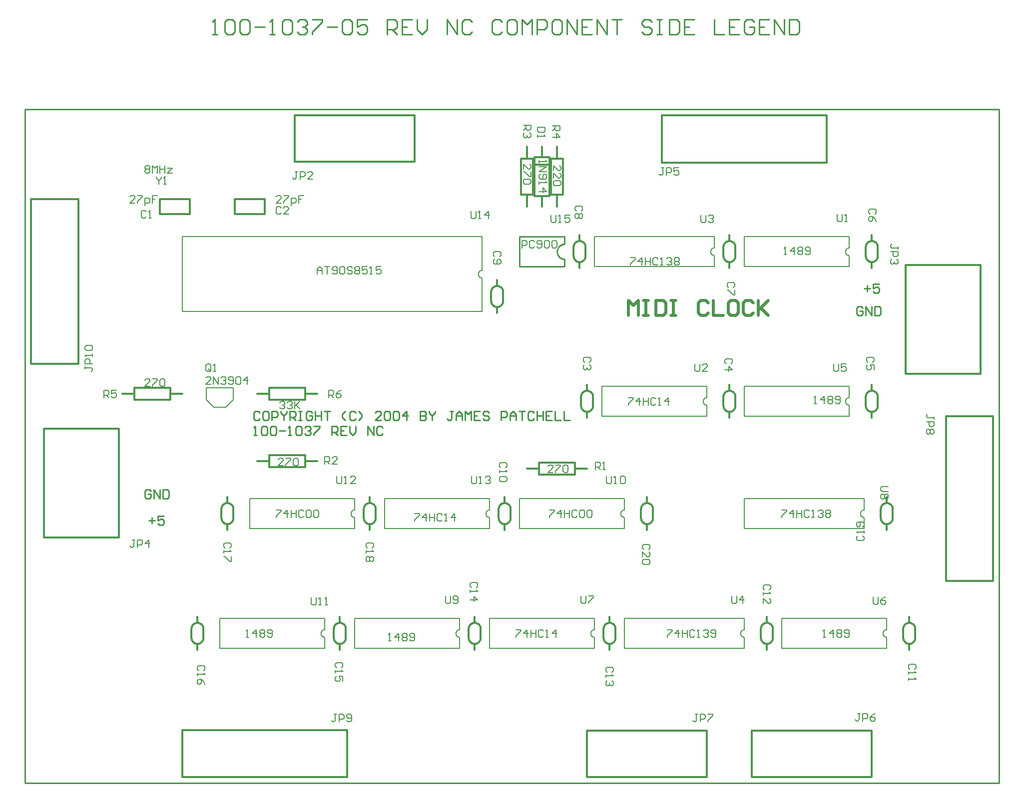
<source format=gto>
*%FSLAX23Y23*%
*%MOIN*%
G01*
%ADD11C,0.007*%
%ADD12C,0.008*%
%ADD13C,0.010*%
%ADD14C,0.012*%
%ADD15C,0.020*%
%ADD16C,0.032*%
%ADD17C,0.036*%
%ADD18C,0.050*%
%ADD19C,0.052*%
%ADD20C,0.055*%
%ADD21C,0.056*%
%ADD22C,0.061*%
%ADD23C,0.062*%
%ADD24C,0.068*%
%ADD25C,0.070*%
%ADD26C,0.090*%
%ADD27C,0.125*%
%ADD28C,0.131*%
%ADD29C,0.140*%
%ADD30C,0.160*%
%ADD31C,0.250*%
%ADD32R,0.062X0.062*%
%ADD33R,0.068X0.068*%
%ADD34R,0.250X0.250*%
D12*
X12017Y9077D02*
X12014Y9077D01*
X12011Y9078D01*
X12007Y9079D01*
X12004Y9080D01*
X12002Y9082D01*
X11999Y9084D01*
X11997Y9087D01*
X11995Y9090D01*
X11994Y9092D01*
X11993Y9096D01*
X11992Y9099D01*
X11992Y9102D01*
X11992Y9105D01*
X11993Y9108D01*
X11994Y9112D01*
X11995Y9114D01*
X11997Y9117D01*
X11999Y9120D01*
X12002Y9122D01*
X12004Y9124D01*
X12007Y9125D01*
X12011Y9126D01*
X12014Y9127D01*
X12017Y9127D01*
Y9202D01*
Y9077D02*
Y9002D01*
X11317D02*
Y9202D01*
Y9002D02*
X12017D01*
Y9202D02*
X11317D01*
X11582Y9082D02*
X11599D01*
X11590D01*
Y9132D01*
X11591D01*
X11590D02*
X11582Y9124D01*
X11649Y9132D02*
Y9082D01*
X11624Y9107D02*
X11649Y9132D01*
X11657Y9107D02*
X11624D01*
X11674Y9124D02*
X11682Y9132D01*
X11699D01*
X11707Y9124D01*
Y9115D01*
X11699Y9107D01*
X11707Y9099D01*
Y9090D01*
X11699Y9082D01*
X11682D01*
X11674Y9090D01*
Y9099D01*
X11682Y9107D01*
X11674Y9115D01*
Y9124D01*
X11682Y9107D02*
X11699D01*
X11724Y9090D02*
X11732Y9082D01*
X11749D01*
X11757Y9090D01*
Y9124D01*
X11749Y9132D01*
X11732D01*
X11724Y9124D01*
Y9115D01*
X11732Y9107D01*
X11757D01*
X11937Y9310D02*
Y9352D01*
Y9310D02*
X11945Y9302D01*
X11962D01*
X11970Y9310D01*
Y9352D01*
X11987Y9302D02*
X12004D01*
X11995D01*
Y9352D01*
X11996D01*
X11995D02*
X11987Y9344D01*
X12582Y8000D02*
Y7984D01*
Y7992D02*
Y8000D01*
Y7992D02*
X12540D01*
X12532Y8000D01*
Y8009D01*
X12540Y8017D01*
X12532Y7967D02*
X12582D01*
Y7942D01*
X12574Y7934D01*
X12557D01*
X12549Y7942D01*
Y7967D01*
X12574Y7917D02*
X12582Y7909D01*
Y7892D01*
X12574Y7884D01*
X12565D01*
X12557Y7892D01*
X12549Y7884D01*
X12540D01*
X12532Y7892D01*
Y7909D01*
X12540Y7917D01*
X12549D01*
X12557Y7909D01*
X12565Y7917D01*
X12574D01*
X12557Y7909D02*
Y7892D01*
X12189Y9354D02*
X12197Y9362D01*
Y9379D01*
X12189Y9387D01*
X12155D01*
X12147Y9379D01*
Y9362D01*
X12155Y9354D01*
X12189Y9320D02*
X12197Y9304D01*
X12189Y9320D02*
X12172Y9337D01*
X12155D01*
X12147Y9329D01*
Y9312D01*
X12155Y9304D01*
X12164D01*
X12172Y9312D01*
Y9337D01*
X12182Y8372D02*
X12174Y8364D01*
X12182Y8372D02*
Y8389D01*
X12174Y8397D01*
X12140D01*
X12132Y8389D01*
Y8372D01*
X12140Y8364D01*
X12182Y8347D02*
Y8314D01*
Y8347D02*
X12157D01*
X12165Y8330D01*
Y8322D01*
X12157Y8314D01*
X12140D01*
X12132Y8322D01*
Y8339D01*
X12140Y8347D01*
X12017Y8127D02*
X12014Y8127D01*
X12011Y8126D01*
X12007Y8125D01*
X12004Y8124D01*
X12002Y8122D01*
X11999Y8120D01*
X11997Y8117D01*
X11995Y8114D01*
X11994Y8112D01*
X11993Y8108D01*
X11992Y8105D01*
X11992Y8102D01*
X11992Y8099D01*
X11993Y8096D01*
X11994Y8092D01*
X11995Y8090D01*
X11997Y8087D01*
X11999Y8084D01*
X12002Y8082D01*
X12004Y8080D01*
X12007Y8079D01*
X12011Y8078D01*
X12014Y8077D01*
X12017Y8077D01*
Y8127D02*
Y8202D01*
Y8077D02*
Y8002D01*
X11317D02*
Y8202D01*
Y8002D02*
X12017D01*
Y8202D02*
X11317D01*
X11782Y8087D02*
X11799D01*
X11790D01*
Y8137D01*
X11791D01*
X11790D02*
X11782Y8129D01*
X11849Y8137D02*
Y8087D01*
X11824Y8112D02*
X11849Y8137D01*
X11857Y8112D02*
X11824D01*
X11874Y8129D02*
X11882Y8137D01*
X11899D01*
X11907Y8129D01*
Y8120D01*
X11899Y8112D01*
X11907Y8104D01*
Y8095D01*
X11899Y8087D01*
X11882D01*
X11874Y8095D01*
Y8104D01*
X11882Y8112D01*
X11874Y8120D01*
Y8129D01*
X11882Y8112D02*
X11899D01*
X11924Y8095D02*
X11932Y8087D01*
X11949D01*
X11957Y8095D01*
Y8129D01*
X11949Y8137D01*
X11932D01*
X11924Y8129D01*
Y8120D01*
X11932Y8112D01*
X11957D01*
X11912Y8310D02*
Y8352D01*
Y8310D02*
X11920Y8302D01*
X11937D01*
X11945Y8310D01*
Y8352D01*
X11962D02*
X11995D01*
X11962D02*
Y8327D01*
X11979Y8335D01*
X11987D01*
X11995Y8327D01*
Y8310D01*
X11987Y8302D01*
X11970D01*
X11962Y8310D01*
X12342Y9119D02*
Y9135D01*
Y9127D01*
X12300D01*
X12292Y9135D01*
Y9144D01*
X12300Y9152D01*
X12292Y9102D02*
X12342D01*
Y9077D01*
X12334Y9069D01*
X12317D01*
X12309Y9077D01*
Y9102D01*
X12334Y9052D02*
X12342Y9044D01*
Y9027D01*
X12334Y9019D01*
X12325D01*
X12326D01*
X12325D02*
X12326D01*
X12325D02*
X12326D01*
X12325D02*
X12317Y9027D01*
Y9035D01*
Y9027D01*
X12309Y9019D01*
X12300D01*
X12292Y9027D01*
Y9044D01*
X12300Y9052D01*
X12462Y6322D02*
X12454Y6314D01*
X12462Y6322D02*
Y6339D01*
X12454Y6347D01*
X12420D01*
X12412Y6339D01*
Y6322D01*
X12420Y6314D01*
X12412Y6297D02*
Y6280D01*
Y6289D01*
X12462D01*
X12463D01*
X12462D02*
X12454Y6297D01*
X12412Y6255D02*
Y6239D01*
Y6247D01*
X12462D01*
X12463D01*
X12462D02*
X12454Y6255D01*
X12065Y7196D02*
X12073Y7204D01*
X12065Y7196D02*
Y7179D01*
X12073Y7171D01*
X12107D01*
X12115Y7179D01*
Y7196D01*
X12107Y7204D01*
X12115Y7221D02*
Y7238D01*
Y7229D01*
X12065D01*
X12066D01*
X12065D02*
X12073Y7221D01*
X12107Y7263D02*
X12115Y7271D01*
Y7288D01*
X12107Y7296D01*
X12073D01*
X12065Y7288D01*
Y7271D01*
X12073Y7263D01*
X12082D01*
X12090Y7271D01*
Y7296D01*
X12117Y7327D02*
X12114Y7327D01*
X12111Y7328D01*
X12107Y7329D01*
X12104Y7330D01*
X12102Y7332D01*
X12099Y7334D01*
X12097Y7337D01*
X12095Y7340D01*
X12094Y7342D01*
X12093Y7346D01*
X12092Y7349D01*
X12092Y7352D01*
X12092Y7355D01*
X12093Y7358D01*
X12094Y7362D01*
X12095Y7364D01*
X12097Y7367D01*
X12099Y7370D01*
X12102Y7372D01*
X12104Y7374D01*
X12107Y7375D01*
X12111Y7376D01*
X12114Y7377D01*
X12117Y7377D01*
Y7452D01*
Y7327D02*
Y7252D01*
X11317D02*
Y7452D01*
Y7252D02*
X12117D01*
Y7452D02*
X11317D01*
X11567Y7377D02*
X11600D01*
Y7369D01*
X11567Y7335D01*
Y7327D01*
X11642D02*
Y7377D01*
X11617Y7352D01*
X11650D01*
X11667Y7377D02*
Y7327D01*
Y7352D01*
X11700D01*
Y7377D01*
Y7327D01*
X11742Y7377D02*
X11750Y7369D01*
X11742Y7377D02*
X11725D01*
X11717Y7369D01*
Y7335D01*
X11725Y7327D01*
X11742D01*
X11750Y7335D01*
X11767Y7327D02*
X11784D01*
X11775D01*
Y7377D01*
X11776D01*
X11775D02*
X11767Y7369D01*
X11809D02*
X11817Y7377D01*
X11834D01*
X11842Y7369D01*
Y7360D01*
X11843D01*
X11842D02*
X11843D01*
X11842D02*
X11843D01*
X11842D02*
X11834Y7352D01*
X11825D01*
X11834D01*
X11842Y7344D01*
Y7335D01*
X11834Y7327D01*
X11817D01*
X11809Y7335D01*
X11859Y7369D02*
X11867Y7377D01*
X11884D01*
X11892Y7369D01*
Y7360D01*
X11884Y7352D01*
X11892Y7344D01*
Y7335D01*
X11884Y7327D01*
X11867D01*
X11859Y7335D01*
Y7344D01*
X11867Y7352D01*
X11859Y7360D01*
Y7369D01*
X11867Y7352D02*
X11884D01*
X12235Y7533D02*
X12277D01*
X12235D02*
X12227Y7525D01*
Y7508D01*
X12235Y7500D01*
X12277D01*
X12269Y7483D02*
X12277Y7475D01*
Y7458D01*
X12269Y7450D01*
X12260D01*
X12252Y7458D01*
X12244Y7450D01*
X12235D01*
X12227Y7458D01*
Y7475D01*
X12235Y7483D01*
X12244D01*
X12252Y7475D01*
X12260Y7483D01*
X12269D01*
X12252Y7475D02*
Y7458D01*
X12267Y6577D02*
X12264Y6577D01*
X12261Y6576D01*
X12257Y6575D01*
X12254Y6574D01*
X12252Y6572D01*
X12249Y6570D01*
X12247Y6567D01*
X12245Y6564D01*
X12244Y6562D01*
X12243Y6558D01*
X12242Y6555D01*
X12242Y6552D01*
X12242Y6549D01*
X12243Y6546D01*
X12244Y6542D01*
X12245Y6540D01*
X12247Y6537D01*
X12249Y6534D01*
X12252Y6532D01*
X12254Y6530D01*
X12257Y6529D01*
X12261Y6528D01*
X12264Y6527D01*
X12267Y6527D01*
Y6577D02*
Y6652D01*
Y6527D02*
Y6452D01*
X11567D02*
Y6652D01*
Y6452D02*
X12267D01*
Y6652D02*
X11567D01*
X11842Y6527D02*
X11859D01*
X11850D01*
Y6577D01*
X11851D01*
X11850D02*
X11842Y6569D01*
X11909Y6577D02*
Y6527D01*
X11884Y6552D02*
X11909Y6577D01*
X11917Y6552D02*
X11884D01*
X11934Y6569D02*
X11942Y6577D01*
X11959D01*
X11967Y6569D01*
Y6560D01*
X11959Y6552D01*
X11967Y6544D01*
Y6535D01*
X11959Y6527D01*
X11942D01*
X11934Y6535D01*
Y6544D01*
X11942Y6552D01*
X11934Y6560D01*
Y6569D01*
X11942Y6552D02*
X11959D01*
X11984Y6535D02*
X11992Y6527D01*
X12009D01*
X12017Y6535D01*
Y6569D01*
X12009Y6577D01*
X11992D01*
X11984Y6569D01*
Y6560D01*
X11992Y6552D01*
X12017D01*
X12177Y6755D02*
Y6797D01*
Y6755D02*
X12185Y6747D01*
X12202D01*
X12210Y6755D01*
Y6797D01*
X12244Y6789D02*
X12260Y6797D01*
X12244Y6789D02*
X12227Y6772D01*
Y6755D01*
X12235Y6747D01*
X12252D01*
X12260Y6755D01*
Y6764D01*
X12252Y6772D01*
X12227D01*
X12090Y6017D02*
X12074D01*
X12082D01*
Y5975D01*
X12074Y5967D01*
X12065D01*
X12057Y5975D01*
X12107Y5967D02*
Y6017D01*
X12132D01*
X12140Y6009D01*
Y5992D01*
X12132Y5984D01*
X12107D01*
X12174Y6009D02*
X12190Y6017D01*
X12174Y6009D02*
X12157Y5992D01*
Y5975D01*
X12165Y5967D01*
X12182D01*
X12190Y5975D01*
Y5984D01*
X12182Y5992D01*
X12157D01*
X11117Y9077D02*
X11114Y9077D01*
X11111Y9078D01*
X11107Y9079D01*
X11104Y9080D01*
X11102Y9082D01*
X11099Y9084D01*
X11097Y9087D01*
X11095Y9090D01*
X11094Y9092D01*
X11093Y9096D01*
X11092Y9099D01*
X11092Y9102D01*
X11092Y9105D01*
X11093Y9108D01*
X11094Y9112D01*
X11095Y9114D01*
X11097Y9117D01*
X11099Y9120D01*
X11102Y9122D01*
X11104Y9124D01*
X11107Y9125D01*
X11111Y9126D01*
X11114Y9127D01*
X11117Y9127D01*
Y9202D01*
Y9077D02*
Y9002D01*
X10317D02*
Y9202D01*
Y9002D02*
X11117D01*
Y9202D02*
X10317D01*
X10557Y9062D02*
X10590D01*
Y9054D01*
X10557Y9020D01*
Y9012D01*
X10632D02*
Y9062D01*
X10607Y9037D01*
X10640D01*
X10657Y9062D02*
Y9012D01*
Y9037D01*
X10690D01*
Y9062D01*
Y9012D01*
X10732Y9062D02*
X10740Y9054D01*
X10732Y9062D02*
X10715D01*
X10707Y9054D01*
Y9020D01*
X10715Y9012D01*
X10732D01*
X10740Y9020D01*
X10757Y9012D02*
X10774D01*
X10765D01*
Y9062D01*
X10766D01*
X10765D02*
X10757Y9054D01*
X10799D02*
X10807Y9062D01*
X10824D01*
X10832Y9054D01*
Y9045D01*
X10833D01*
X10832D02*
X10833D01*
X10832D02*
X10833D01*
X10832D02*
X10824Y9037D01*
X10815D01*
X10824D01*
X10832Y9029D01*
Y9020D01*
X10824Y9012D01*
X10807D01*
X10799Y9020D01*
X10849Y9054D02*
X10857Y9062D01*
X10874D01*
X10882Y9054D01*
Y9045D01*
X10874Y9037D01*
X10882Y9029D01*
Y9020D01*
X10874Y9012D01*
X10857D01*
X10849Y9020D01*
Y9029D01*
X10857Y9037D01*
X10849Y9045D01*
Y9054D01*
X10857Y9037D02*
X10874D01*
X11027Y9305D02*
Y9347D01*
Y9305D02*
X11035Y9297D01*
X11052D01*
X11060Y9305D01*
Y9347D01*
X11077Y9339D02*
X11085Y9347D01*
X11102D01*
X11110Y9339D01*
Y9330D01*
X11111D01*
X11110D02*
X11111D01*
X11110D02*
X11111D01*
X11110D02*
X11102Y9322D01*
X11094D01*
X11102D01*
X11110Y9314D01*
Y9305D01*
X11102Y9297D01*
X11085D01*
X11077Y9305D01*
X10780Y9662D02*
X10764D01*
X10772D01*
Y9620D01*
X10764Y9612D01*
X10755D01*
X10747Y9620D01*
X10797Y9612D02*
Y9662D01*
X10822D01*
X10830Y9654D01*
Y9637D01*
X10822Y9629D01*
X10797D01*
X10847Y9662D02*
X10880D01*
X10847D02*
Y9637D01*
X10864Y9645D01*
X10872D01*
X10880Y9637D01*
Y9620D01*
X10872Y9612D01*
X10855D01*
X10847Y9620D01*
X11237Y8362D02*
X11229Y8354D01*
X11237Y8362D02*
Y8379D01*
X11229Y8387D01*
X11195D01*
X11187Y8379D01*
Y8362D01*
X11195Y8354D01*
X11187Y8312D02*
X11237D01*
X11212Y8337D01*
Y8304D01*
X11067Y8127D02*
X11064Y8127D01*
X11061Y8126D01*
X11057Y8125D01*
X11054Y8124D01*
X11052Y8122D01*
X11049Y8120D01*
X11047Y8117D01*
X11045Y8114D01*
X11044Y8112D01*
X11043Y8108D01*
X11042Y8105D01*
X11042Y8102D01*
X11042Y8099D01*
X11043Y8096D01*
X11044Y8092D01*
X11045Y8090D01*
X11047Y8087D01*
X11049Y8084D01*
X11052Y8082D01*
X11054Y8080D01*
X11057Y8079D01*
X11061Y8078D01*
X11064Y8077D01*
X11067Y8077D01*
Y8127D02*
Y8202D01*
Y8077D02*
Y8002D01*
X10367D02*
Y8202D01*
Y8002D02*
X11067D01*
Y8202D02*
X10367D01*
X10542Y8127D02*
X10575D01*
Y8119D01*
X10542Y8085D01*
Y8077D01*
X10617D02*
Y8127D01*
X10592Y8102D01*
X10625D01*
X10642Y8127D02*
Y8077D01*
Y8102D01*
X10675D01*
Y8127D01*
Y8077D01*
X10717Y8127D02*
X10725Y8119D01*
X10717Y8127D02*
X10700D01*
X10692Y8119D01*
Y8085D01*
X10700Y8077D01*
X10717D01*
X10725Y8085D01*
X10742Y8077D02*
X10759D01*
X10750D01*
Y8127D01*
X10751D01*
X10750D02*
X10742Y8119D01*
X10809Y8127D02*
Y8077D01*
X10784Y8102D02*
X10809Y8127D01*
X10817Y8102D02*
X10784D01*
X10987Y8310D02*
Y8352D01*
Y8310D02*
X10995Y8302D01*
X11012D01*
X11020Y8310D01*
Y8352D01*
X11037Y8302D02*
X11070D01*
X11037D02*
X11070Y8335D01*
Y8344D01*
X11062Y8352D01*
X11045D01*
X11037Y8344D01*
X11244Y8864D02*
X11252Y8872D01*
Y8889D01*
X11244Y8897D01*
X11210D01*
X11202Y8889D01*
Y8872D01*
X11210Y8864D01*
X11252Y8847D02*
Y8814D01*
X11244D01*
X11210Y8847D01*
X11202D01*
X10237Y9382D02*
X10229Y9374D01*
X10237Y9382D02*
Y9399D01*
X10229Y9407D01*
X10195D01*
X10187Y9399D01*
Y9382D01*
X10195Y9374D01*
X10229Y9357D02*
X10237Y9349D01*
Y9332D01*
X10229Y9324D01*
X10220D01*
X10212Y9332D01*
X10204Y9324D01*
X10195D01*
X10187Y9332D01*
Y9349D01*
X10195Y9357D01*
X10204D01*
X10212Y9349D01*
X10220Y9357D01*
X10229D01*
X10212Y9349D02*
Y9332D01*
X10292Y8372D02*
X10284Y8364D01*
X10292Y8372D02*
Y8389D01*
X10284Y8397D01*
X10250D01*
X10242Y8389D01*
Y8372D01*
X10250Y8364D01*
X10284Y8347D02*
X10292Y8339D01*
Y8322D01*
X10284Y8314D01*
X10275D01*
X10276D01*
X10275D02*
X10276D01*
X10275D02*
X10276D01*
X10275D02*
X10267Y8322D01*
Y8330D01*
Y8322D01*
X10259Y8314D01*
X10250D01*
X10242Y8322D01*
Y8339D01*
X10250Y8347D01*
X11492Y6852D02*
X11484Y6844D01*
X11492Y6852D02*
Y6869D01*
X11484Y6877D01*
X11450D01*
X11442Y6869D01*
Y6852D01*
X11450Y6844D01*
X11442Y6827D02*
Y6810D01*
Y6819D01*
X11492D01*
X11493D01*
X11492D02*
X11484Y6827D01*
X11442Y6785D02*
Y6752D01*
Y6785D02*
X11475Y6752D01*
X11484D01*
X11492Y6760D01*
Y6777D01*
X11484Y6785D01*
X11317Y6577D02*
X11314Y6577D01*
X11311Y6576D01*
X11307Y6575D01*
X11304Y6574D01*
X11302Y6572D01*
X11299Y6570D01*
X11297Y6567D01*
X11295Y6564D01*
X11294Y6562D01*
X11293Y6558D01*
X11292Y6555D01*
X11292Y6552D01*
X11292Y6549D01*
X11293Y6546D01*
X11294Y6542D01*
X11295Y6540D01*
X11297Y6537D01*
X11299Y6534D01*
X11302Y6532D01*
X11304Y6530D01*
X11307Y6529D01*
X11311Y6528D01*
X11314Y6527D01*
X11317Y6527D01*
Y6577D02*
Y6652D01*
Y6527D02*
Y6452D01*
X10517D02*
Y6652D01*
Y6452D02*
X11317D01*
Y6652D02*
X10517D01*
X10802Y6577D02*
X10835D01*
Y6569D01*
X10802Y6535D01*
Y6527D01*
X10877D02*
Y6577D01*
X10852Y6552D01*
X10885D01*
X10902Y6577D02*
Y6527D01*
Y6552D01*
X10935D01*
Y6577D01*
Y6527D01*
X10977Y6577D02*
X10985Y6569D01*
X10977Y6577D02*
X10960D01*
X10952Y6569D01*
Y6535D01*
X10960Y6527D01*
X10977D01*
X10985Y6535D01*
X11002Y6527D02*
X11019D01*
X11010D01*
Y6577D01*
X11011D01*
X11010D02*
X11002Y6569D01*
X11044D02*
X11052Y6577D01*
X11069D01*
X11077Y6569D01*
Y6560D01*
X11078D01*
X11077D02*
X11078D01*
X11077D02*
X11078D01*
X11077D02*
X11069Y6552D01*
X11060D01*
X11069D01*
X11077Y6544D01*
Y6535D01*
X11069Y6527D01*
X11052D01*
X11044Y6535D01*
X11094D02*
X11102Y6527D01*
X11119D01*
X11127Y6535D01*
Y6569D01*
X11119Y6577D01*
X11102D01*
X11094Y6569D01*
Y6560D01*
X11102Y6552D01*
X11127D01*
X11232Y6760D02*
Y6802D01*
Y6760D02*
X11240Y6752D01*
X11257D01*
X11265Y6760D01*
Y6802D01*
X11307D02*
Y6752D01*
X11282Y6777D02*
X11307Y6802D01*
X11315Y6777D02*
X11282D01*
X10442Y6302D02*
X10434Y6294D01*
X10442Y6302D02*
Y6319D01*
X10434Y6327D01*
X10400D01*
X10392Y6319D01*
Y6302D01*
X10400Y6294D01*
X10392Y6277D02*
Y6260D01*
Y6269D01*
X10442D01*
X10443D01*
X10442D02*
X10434Y6277D01*
Y6235D02*
X10442Y6227D01*
Y6210D01*
X10434Y6202D01*
X10425D01*
X10426D01*
X10425D02*
X10426D01*
X10425D02*
X10426D01*
X10425D02*
X10417Y6210D01*
Y6219D01*
Y6210D01*
X10409Y6202D01*
X10400D01*
X10392Y6210D01*
Y6227D01*
X10400Y6235D01*
X10317Y6527D02*
X10314Y6527D01*
X10311Y6528D01*
X10307Y6529D01*
X10304Y6530D01*
X10302Y6532D01*
X10299Y6534D01*
X10297Y6537D01*
X10295Y6540D01*
X10294Y6542D01*
X10293Y6546D01*
X10292Y6549D01*
X10292Y6552D01*
X10292Y6555D01*
X10293Y6558D01*
X10294Y6562D01*
X10295Y6564D01*
X10297Y6567D01*
X10299Y6570D01*
X10302Y6572D01*
X10304Y6574D01*
X10307Y6575D01*
X10311Y6576D01*
X10314Y6577D01*
X10317Y6577D01*
Y6652D01*
Y6527D02*
Y6452D01*
X9617D02*
Y6652D01*
Y6452D02*
X10317D01*
Y6652D02*
X9617D01*
X9792Y6577D02*
X9825D01*
Y6569D01*
X9792Y6535D01*
Y6527D01*
X9867D02*
Y6577D01*
X9842Y6552D01*
X9875D01*
X9892Y6577D02*
Y6527D01*
Y6552D01*
X9925D01*
Y6577D01*
Y6527D01*
X9967Y6577D02*
X9975Y6569D01*
X9967Y6577D02*
X9950D01*
X9942Y6569D01*
Y6535D01*
X9950Y6527D01*
X9967D01*
X9975Y6535D01*
X9992Y6527D02*
X10009D01*
X10000D01*
Y6577D01*
X10001D01*
X10000D02*
X9992Y6569D01*
X10059Y6577D02*
Y6527D01*
X10034Y6552D02*
X10059Y6577D01*
X10067Y6552D02*
X10034D01*
X10227Y6760D02*
Y6802D01*
Y6760D02*
X10235Y6752D01*
X10252D01*
X10260Y6760D01*
Y6802D01*
X10277D02*
X10310D01*
Y6794D01*
X10277Y6760D01*
Y6752D01*
X10679Y7114D02*
X10687Y7122D01*
Y7139D01*
X10679Y7147D01*
X10645D01*
X10637Y7139D01*
Y7122D01*
X10645Y7114D01*
X10637Y7097D02*
Y7064D01*
Y7097D02*
X10670Y7064D01*
X10679D01*
X10687Y7072D01*
Y7089D01*
X10679Y7097D01*
Y7047D02*
X10687Y7039D01*
Y7022D01*
X10679Y7014D01*
X10645D01*
X10637Y7022D01*
Y7039D01*
X10645Y7047D01*
X10679D01*
X10040Y7627D02*
X10007D01*
X10040Y7660D01*
Y7669D01*
X10032Y7677D01*
X10015D01*
X10007Y7669D01*
X10057Y7677D02*
X10090D01*
Y7669D01*
X10057Y7635D01*
Y7627D01*
X10107Y7669D02*
X10115Y7677D01*
X10132D01*
X10140Y7669D01*
Y7635D01*
X10132Y7627D01*
X10115D01*
X10107Y7635D01*
Y7669D01*
X10322Y7647D02*
Y7697D01*
X10347D01*
X10355Y7689D01*
Y7672D01*
X10347Y7664D01*
X10322D01*
X10339D02*
X10355Y7647D01*
X10372D02*
X10389D01*
X10380D01*
Y7697D01*
X10381D01*
X10380D02*
X10372Y7689D01*
X10517Y7377D02*
X10514Y7377D01*
X10511Y7376D01*
X10507Y7375D01*
X10504Y7374D01*
X10502Y7372D01*
X10499Y7370D01*
X10497Y7367D01*
X10495Y7364D01*
X10494Y7362D01*
X10493Y7358D01*
X10492Y7355D01*
X10492Y7352D01*
X10492Y7349D01*
X10493Y7346D01*
X10494Y7342D01*
X10495Y7340D01*
X10497Y7337D01*
X10499Y7334D01*
X10502Y7332D01*
X10504Y7330D01*
X10507Y7329D01*
X10511Y7328D01*
X10514Y7327D01*
X10517Y7327D01*
Y7377D02*
Y7452D01*
Y7327D02*
Y7252D01*
X9817D02*
Y7452D01*
Y7252D02*
X10517D01*
Y7452D02*
X9817D01*
X10017Y7377D02*
X10050D01*
Y7369D01*
X10017Y7335D01*
Y7327D01*
X10092D02*
Y7377D01*
X10067Y7352D01*
X10100D01*
X10117Y7377D02*
Y7327D01*
Y7352D01*
X10150D01*
Y7377D01*
Y7327D01*
X10192Y7377D02*
X10200Y7369D01*
X10192Y7377D02*
X10175D01*
X10167Y7369D01*
Y7335D01*
X10175Y7327D01*
X10192D01*
X10200Y7335D01*
X10217Y7369D02*
X10225Y7377D01*
X10242D01*
X10250Y7369D01*
Y7335D01*
X10242Y7327D01*
X10225D01*
X10217Y7335D01*
Y7369D01*
X10267D02*
X10275Y7377D01*
X10292D01*
X10300Y7369D01*
Y7335D01*
X10292Y7327D01*
X10275D01*
X10267Y7335D01*
Y7369D01*
X10397Y7560D02*
Y7602D01*
Y7560D02*
X10405Y7552D01*
X10422D01*
X10430Y7560D01*
Y7602D01*
X10447Y7552D02*
X10464D01*
X10455D01*
Y7602D01*
X10456D01*
X10455D02*
X10447Y7594D01*
X10489D02*
X10497Y7602D01*
X10514D01*
X10522Y7594D01*
Y7560D01*
X10514Y7552D01*
X10497D01*
X10489Y7560D01*
Y7594D01*
X10989Y6012D02*
X11005D01*
X10997D02*
X10989D01*
X10997D02*
Y5970D01*
X10989Y5962D01*
X10980D01*
X10972Y5970D01*
X11022Y5962D02*
Y6012D01*
X11047D01*
X11055Y6004D01*
Y5987D01*
X11047Y5979D01*
X11022D01*
X11072Y6012D02*
X11105D01*
Y6004D01*
X11072Y5970D01*
Y5962D01*
X10042Y9644D02*
Y9677D01*
X10075Y9644D01*
X10084D01*
X10092Y9652D01*
Y9669D01*
X10084Y9677D01*
X10042Y9627D02*
Y9594D01*
Y9627D02*
X10075Y9594D01*
X10084D01*
X10092Y9602D01*
Y9619D01*
X10084Y9627D01*
Y9577D02*
X10092Y9569D01*
Y9552D01*
X10084Y9544D01*
X10050D01*
X10042Y9552D01*
Y9569D01*
X10050Y9577D01*
X10084D01*
X10087Y9942D02*
X10037D01*
X10087D02*
Y9917D01*
X10079Y9909D01*
X10062D01*
X10054Y9917D01*
Y9942D01*
Y9925D02*
X10037Y9909D01*
Y9867D02*
X10087D01*
X10062Y9892D01*
Y9859D01*
X9947Y9712D02*
Y9695D01*
Y9704D01*
X9997D01*
X9998D01*
X9997D02*
X9989Y9712D01*
X9997Y9670D02*
X9947D01*
Y9637D02*
X9997Y9670D01*
Y9637D02*
X9947D01*
X9955Y9620D02*
X9947Y9612D01*
Y9595D01*
X9955Y9587D01*
X9989D01*
X9997Y9595D01*
Y9612D01*
X9989Y9620D01*
X9980D01*
X9972Y9612D01*
Y9587D01*
X9947Y9570D02*
Y9554D01*
Y9562D01*
X9997D01*
X9998D01*
X9997D02*
X9989Y9570D01*
X9997Y9504D02*
X9947D01*
X9972Y9529D02*
X9997Y9504D01*
X9972Y9495D02*
Y9529D01*
X9987Y9932D02*
X9937D01*
Y9907D01*
X9945Y9899D01*
X9979D01*
X9987Y9907D01*
Y9932D01*
X9937Y9882D02*
Y9865D01*
Y9874D01*
X9987D01*
X9988D01*
X9987D02*
X9979Y9882D01*
X9842Y9687D02*
Y9654D01*
Y9687D02*
X9875Y9654D01*
X9884D01*
X9892Y9662D01*
Y9679D01*
X9884Y9687D01*
X9892Y9637D02*
Y9604D01*
X9884D01*
X9850Y9637D01*
X9842D01*
X9884Y9587D02*
X9892Y9579D01*
Y9562D01*
X9884Y9554D01*
X9850D01*
X9842Y9562D01*
Y9579D01*
X9850Y9587D01*
X9884D01*
X9892Y9947D02*
X9842D01*
X9892D02*
Y9922D01*
X9884Y9914D01*
X9867D01*
X9859Y9922D01*
Y9947D01*
Y9930D02*
X9842Y9914D01*
X9884Y9897D02*
X9892Y9889D01*
Y9872D01*
X9884Y9864D01*
X9875D01*
X9876D01*
X9875D02*
X9876D01*
X9875D02*
X9876D01*
X9875D02*
X9867Y9872D01*
Y9880D01*
Y9872D01*
X9859Y9864D01*
X9850D01*
X9842Y9872D01*
Y9889D01*
X9850Y9897D01*
X9832Y9177D02*
Y9127D01*
Y9177D02*
X9857D01*
X9865Y9169D01*
Y9152D01*
X9857Y9144D01*
X9832D01*
X9907Y9177D02*
X9915Y9169D01*
X9907Y9177D02*
X9890D01*
X9882Y9169D01*
Y9135D01*
X9890Y9127D01*
X9907D01*
X9915Y9135D01*
X9932D02*
X9940Y9127D01*
X9957D01*
X9965Y9135D01*
Y9169D01*
X9957Y9177D01*
X9940D01*
X9932Y9169D01*
Y9160D01*
X9940Y9152D01*
X9965D01*
X9982Y9169D02*
X9990Y9177D01*
X10007D01*
X10015Y9169D01*
Y9135D01*
X10007Y9127D01*
X9990D01*
X9982Y9135D01*
Y9169D01*
X10032D02*
X10040Y9177D01*
X10057D01*
X10065Y9169D01*
Y9135D01*
X10057Y9127D01*
X10040D01*
X10032Y9135D01*
Y9169D01*
X10027Y9305D02*
Y9347D01*
Y9305D02*
X10035Y9297D01*
X10052D01*
X10060Y9305D01*
Y9347D01*
X10077Y9297D02*
X10094D01*
X10085D01*
Y9347D01*
X10086D01*
X10085D02*
X10077Y9339D01*
X10119Y9347D02*
X10152D01*
X10119D02*
Y9322D01*
X10135Y9330D01*
X10144D01*
X10152Y9322D01*
Y9305D01*
X10144Y9297D01*
X10127D01*
X10119Y9305D01*
X9567Y8977D02*
X9564Y8977D01*
X9561Y8976D01*
X9557Y8975D01*
X9554Y8974D01*
X9552Y8972D01*
X9549Y8970D01*
X9547Y8967D01*
X9545Y8964D01*
X9544Y8962D01*
X9543Y8958D01*
X9542Y8955D01*
X9542Y8952D01*
X9542Y8949D01*
X9543Y8946D01*
X9544Y8942D01*
X9545Y8940D01*
X9547Y8937D01*
X9549Y8934D01*
X9552Y8932D01*
X9554Y8930D01*
X9557Y8929D01*
X9561Y8928D01*
X9564Y8927D01*
X9567Y8927D01*
Y8977D02*
Y9202D01*
Y8927D02*
Y8702D01*
X7567D02*
Y9202D01*
Y8702D02*
X9567D01*
Y9202D02*
X7567D01*
X8467Y8985D02*
Y8952D01*
Y8985D02*
X8484Y9002D01*
X8500Y8985D01*
Y8952D01*
Y8977D01*
X8467D01*
X8517Y9002D02*
X8550D01*
X8534D01*
Y8952D01*
X8567Y8960D02*
X8575Y8952D01*
X8592D01*
X8600Y8960D01*
Y8994D01*
X8592Y9002D01*
X8575D01*
X8567Y8994D01*
Y8985D01*
X8575Y8977D01*
X8600D01*
X8617Y8994D02*
X8625Y9002D01*
X8642D01*
X8650Y8994D01*
Y8960D01*
X8642Y8952D01*
X8625D01*
X8617Y8960D01*
Y8994D01*
X8692Y9002D02*
X8700Y8994D01*
X8692Y9002D02*
X8675D01*
X8667Y8994D01*
Y8985D01*
X8675Y8977D01*
X8692D01*
X8700Y8969D01*
Y8960D01*
X8692Y8952D01*
X8675D01*
X8667Y8960D01*
X8717Y8994D02*
X8725Y9002D01*
X8742D01*
X8750Y8994D01*
Y8985D01*
X8742Y8977D01*
X8750Y8969D01*
Y8960D01*
X8742Y8952D01*
X8725D01*
X8717Y8960D01*
Y8969D01*
X8725Y8977D01*
X8717Y8985D01*
Y8994D01*
X8725Y8977D02*
X8742D01*
X8767Y9002D02*
X8800D01*
X8767D02*
Y8977D01*
X8784Y8985D01*
X8792D01*
X8800Y8977D01*
Y8960D01*
X8792Y8952D01*
X8775D01*
X8767Y8960D01*
X8817Y8952D02*
X8834D01*
X8825D01*
Y9002D01*
X8826D01*
X8825D02*
X8817Y8994D01*
X8859Y9002D02*
X8892D01*
X8859D02*
Y8977D01*
X8875Y8985D01*
X8884D01*
X8892Y8977D01*
Y8960D01*
X8884Y8952D01*
X8867D01*
X8859Y8960D01*
X9492Y9330D02*
Y9372D01*
Y9330D02*
X9500Y9322D01*
X9517D01*
X9525Y9330D01*
Y9372D01*
X9542Y9322D02*
X9559D01*
X9550D01*
Y9372D01*
X9551D01*
X9550D02*
X9542Y9364D01*
X9609Y9372D02*
Y9322D01*
X9584Y9347D02*
X9609Y9372D01*
X9617Y9347D02*
X9584D01*
X9692Y9077D02*
X9684Y9069D01*
X9692Y9077D02*
Y9094D01*
X9684Y9102D01*
X9650D01*
X9642Y9094D01*
Y9077D01*
X9650Y9069D01*
Y9052D02*
X9642Y9044D01*
Y9027D01*
X9650Y9019D01*
X9684D01*
X9692Y9027D01*
Y9044D01*
X9684Y9052D01*
X9675D01*
X9667Y9044D01*
Y9019D01*
X9537Y6867D02*
X9529Y6859D01*
X9537Y6867D02*
Y6884D01*
X9529Y6892D01*
X9495D01*
X9487Y6884D01*
Y6867D01*
X9495Y6859D01*
X9487Y6842D02*
Y6825D01*
Y6834D01*
X9537D01*
X9538D01*
X9537D02*
X9529Y6842D01*
X9537Y6775D02*
X9487D01*
X9512Y6800D02*
X9537Y6775D01*
X9512Y6767D02*
Y6800D01*
X9417Y6577D02*
X9414Y6577D01*
X9411Y6576D01*
X9407Y6575D01*
X9404Y6574D01*
X9402Y6572D01*
X9399Y6570D01*
X9397Y6567D01*
X9395Y6564D01*
X9394Y6562D01*
X9393Y6558D01*
X9392Y6555D01*
X9392Y6552D01*
X9392Y6549D01*
X9393Y6546D01*
X9394Y6542D01*
X9395Y6540D01*
X9397Y6537D01*
X9399Y6534D01*
X9402Y6532D01*
X9404Y6530D01*
X9407Y6529D01*
X9411Y6528D01*
X9414Y6527D01*
X9417Y6527D01*
Y6577D02*
Y6652D01*
Y6527D02*
Y6452D01*
X8717D02*
Y6652D01*
Y6452D02*
X9417D01*
Y6652D02*
X8717D01*
X8942Y6502D02*
X8959D01*
X8950D01*
Y6552D01*
X8951D01*
X8950D02*
X8942Y6544D01*
X9009Y6552D02*
Y6502D01*
X8984Y6527D02*
X9009Y6552D01*
X9017Y6527D02*
X8984D01*
X9034Y6544D02*
X9042Y6552D01*
X9059D01*
X9067Y6544D01*
Y6535D01*
X9059Y6527D01*
X9067Y6519D01*
Y6510D01*
X9059Y6502D01*
X9042D01*
X9034Y6510D01*
Y6519D01*
X9042Y6527D01*
X9034Y6535D01*
Y6544D01*
X9042Y6527D02*
X9059D01*
X9084Y6510D02*
X9092Y6502D01*
X9109D01*
X9117Y6510D01*
Y6544D01*
X9109Y6552D01*
X9092D01*
X9084Y6544D01*
Y6535D01*
X9092Y6527D01*
X9117D01*
X9322Y6760D02*
Y6802D01*
Y6760D02*
X9330Y6752D01*
X9347D01*
X9355Y6760D01*
Y6802D01*
X9372Y6760D02*
X9380Y6752D01*
X9397D01*
X9405Y6760D01*
Y6794D01*
X9397Y6802D01*
X9380D01*
X9372Y6794D01*
Y6785D01*
X9380Y6777D01*
X9405D01*
X8842Y7132D02*
X8834Y7124D01*
X8842Y7132D02*
Y7149D01*
X8834Y7157D01*
X8800D01*
X8792Y7149D01*
Y7132D01*
X8800Y7124D01*
X8792Y7107D02*
Y7090D01*
Y7099D01*
X8842D01*
X8843D01*
X8842D02*
X8834Y7107D01*
Y7065D02*
X8842Y7057D01*
Y7040D01*
X8834Y7032D01*
X8825D01*
X8817Y7040D01*
X8809Y7032D01*
X8800D01*
X8792Y7040D01*
Y7057D01*
X8800Y7065D01*
X8809D01*
X8817Y7057D01*
X8825Y7065D01*
X8834D01*
X8817Y7057D02*
Y7040D01*
X9724Y7659D02*
X9732Y7667D01*
Y7684D01*
X9724Y7692D01*
X9690D01*
X9682Y7684D01*
Y7667D01*
X9690Y7659D01*
X9682Y7642D02*
Y7625D01*
Y7634D01*
X9732D01*
X9733D01*
X9732D02*
X9724Y7642D01*
Y7600D02*
X9732Y7592D01*
Y7575D01*
X9724Y7567D01*
X9690D01*
X9682Y7575D01*
Y7592D01*
X9690Y7600D01*
X9724D01*
X8717Y7377D02*
X8714Y7377D01*
X8711Y7376D01*
X8707Y7375D01*
X8704Y7374D01*
X8702Y7372D01*
X8699Y7370D01*
X8697Y7367D01*
X8695Y7364D01*
X8694Y7362D01*
X8693Y7358D01*
X8692Y7355D01*
X8692Y7352D01*
X8692Y7349D01*
X8693Y7346D01*
X8694Y7342D01*
X8695Y7340D01*
X8697Y7337D01*
X8699Y7334D01*
X8702Y7332D01*
X8704Y7330D01*
X8707Y7329D01*
X8711Y7328D01*
X8714Y7327D01*
X8717Y7327D01*
Y7377D02*
Y7452D01*
Y7327D02*
Y7252D01*
X8017D02*
Y7452D01*
Y7252D02*
X8717D01*
Y7452D02*
X8017D01*
X8192Y7377D02*
X8225D01*
Y7369D01*
X8192Y7335D01*
Y7327D01*
X8267D02*
Y7377D01*
X8242Y7352D01*
X8275D01*
X8292Y7377D02*
Y7327D01*
Y7352D01*
X8325D01*
Y7377D01*
Y7327D01*
X8367Y7377D02*
X8375Y7369D01*
X8367Y7377D02*
X8350D01*
X8342Y7369D01*
Y7335D01*
X8350Y7327D01*
X8367D01*
X8375Y7335D01*
X8392Y7369D02*
X8400Y7377D01*
X8417D01*
X8425Y7369D01*
Y7335D01*
X8417Y7327D01*
X8400D01*
X8392Y7335D01*
Y7369D01*
X8442D02*
X8450Y7377D01*
X8467D01*
X8475Y7369D01*
Y7335D01*
X8467Y7327D01*
X8450D01*
X8442Y7335D01*
Y7369D01*
X8597Y7560D02*
Y7602D01*
Y7560D02*
X8605Y7552D01*
X8622D01*
X8630Y7560D01*
Y7602D01*
X8647Y7552D02*
X8664D01*
X8655D01*
Y7602D01*
X8656D01*
X8655D02*
X8647Y7594D01*
X8689Y7552D02*
X8722D01*
X8689D02*
X8722Y7585D01*
Y7594D01*
X8714Y7602D01*
X8697D01*
X8689Y7594D01*
X9617Y7377D02*
X9614Y7377D01*
X9611Y7376D01*
X9607Y7375D01*
X9604Y7374D01*
X9602Y7372D01*
X9599Y7370D01*
X9597Y7367D01*
X9595Y7364D01*
X9594Y7362D01*
X9593Y7358D01*
X9592Y7355D01*
X9592Y7352D01*
X9592Y7349D01*
X9593Y7346D01*
X9594Y7342D01*
X9595Y7340D01*
X9597Y7337D01*
X9599Y7334D01*
X9602Y7332D01*
X9604Y7330D01*
X9607Y7329D01*
X9611Y7328D01*
X9614Y7327D01*
X9617Y7327D01*
Y7377D02*
Y7452D01*
Y7327D02*
Y7252D01*
X8917D02*
Y7452D01*
Y7252D02*
X9617D01*
Y7452D02*
X8917D01*
X9117Y7352D02*
X9150D01*
Y7344D01*
X9117Y7310D01*
Y7302D01*
X9192D02*
Y7352D01*
X9167Y7327D01*
X9200D01*
X9217Y7352D02*
Y7302D01*
Y7327D01*
X9250D01*
Y7352D01*
Y7302D01*
X9292Y7352D02*
X9300Y7344D01*
X9292Y7352D02*
X9275D01*
X9267Y7344D01*
Y7310D01*
X9275Y7302D01*
X9292D01*
X9300Y7310D01*
X9317Y7302D02*
X9334D01*
X9325D01*
Y7352D01*
X9326D01*
X9325D02*
X9317Y7344D01*
X9384Y7352D02*
Y7302D01*
X9359Y7327D02*
X9384Y7352D01*
X9392Y7327D02*
X9359D01*
X9497Y7560D02*
Y7602D01*
Y7560D02*
X9505Y7552D01*
X9522D01*
X9530Y7560D01*
Y7602D01*
X9547Y7552D02*
X9564D01*
X9555D01*
Y7602D01*
X9556D01*
X9555D02*
X9547Y7594D01*
X9589D02*
X9597Y7602D01*
X9614D01*
X9622Y7594D01*
Y7585D01*
X9623D01*
X9622D02*
X9623D01*
X9622D02*
X9623D01*
X9622D02*
X9614Y7577D01*
X9605D01*
X9614D01*
X9622Y7569D01*
Y7560D01*
X9614Y7552D01*
X9597D01*
X9589Y7560D01*
X8225Y9427D02*
X8192D01*
X8225Y9460D01*
Y9469D01*
X8217Y9477D01*
X8200D01*
X8192Y9469D01*
X8242Y9477D02*
X8275D01*
Y9469D01*
X8242Y9435D01*
Y9427D01*
X8292Y9410D02*
Y9460D01*
X8317D01*
X8325Y9452D01*
Y9435D01*
X8317Y9427D01*
X8292D01*
X8342Y9477D02*
X8375D01*
X8342D02*
Y9452D01*
X8359D01*
X8342D01*
Y9427D01*
X8225Y9394D02*
X8217Y9402D01*
X8200D01*
X8192Y9394D01*
Y9360D01*
X8200Y9352D01*
X8217D01*
X8225Y9360D01*
X8242Y9352D02*
X8275D01*
X8242D02*
X8275Y9385D01*
Y9394D01*
X8267Y9402D01*
X8250D01*
X8242Y9394D01*
X7250Y9427D02*
X7217D01*
X7250Y9460D01*
Y9469D01*
X7242Y9477D01*
X7225D01*
X7217Y9469D01*
X7267Y9477D02*
X7300D01*
Y9469D01*
X7267Y9435D01*
Y9427D01*
X7317Y9410D02*
Y9460D01*
X7342D01*
X7350Y9452D01*
Y9435D01*
X7342Y9427D01*
X7317D01*
X7367Y9477D02*
X7400D01*
X7367D02*
Y9452D01*
X7384D01*
X7367D01*
Y9427D01*
X7317Y9377D02*
X7325Y9369D01*
X7317Y9377D02*
X7300D01*
X7292Y9369D01*
Y9335D01*
X7300Y9327D01*
X7317D01*
X7325Y9335D01*
X7342Y9327D02*
X7359D01*
X7350D01*
Y9377D01*
X7351D01*
X7350D02*
X7342Y9369D01*
X7317Y9669D02*
X7325Y9677D01*
X7342D01*
X7350Y9669D01*
Y9660D01*
X7342Y9652D01*
X7350Y9644D01*
Y9635D01*
X7342Y9627D01*
X7325D01*
X7317Y9635D01*
Y9644D01*
X7325Y9652D01*
X7317Y9660D01*
Y9669D01*
X7325Y9652D02*
X7342D01*
X7367Y9627D02*
Y9677D01*
X7384Y9660D01*
X7400Y9677D01*
Y9627D01*
X7417D02*
Y9677D01*
Y9652D02*
Y9627D01*
Y9652D02*
X7450D01*
Y9677D01*
Y9627D01*
X7467Y9660D02*
X7500D01*
X7467Y9627D01*
X7500D01*
X7392Y9602D02*
Y9594D01*
X7409Y9577D01*
X7425Y9594D01*
Y9602D01*
X7409Y9577D02*
Y9552D01*
X7442D02*
X7459D01*
X7450D01*
Y9602D01*
X7451D01*
X7450D02*
X7442Y9594D01*
X8319Y9637D02*
X8335D01*
X8327D02*
X8319D01*
X8327D02*
Y9595D01*
X8319Y9587D01*
X8310D01*
X8302Y9595D01*
X8352Y9587D02*
Y9637D01*
X8377D01*
X8385Y9629D01*
Y9612D01*
X8377Y9604D01*
X8352D01*
X8402Y9587D02*
X8435D01*
X8402D02*
X8435Y9620D01*
Y9629D01*
X8427Y9637D01*
X8410D01*
X8402Y9629D01*
X8225Y8102D02*
X8217Y8094D01*
X8225Y8102D02*
X8242D01*
X8250Y8094D01*
Y8085D01*
X8251D01*
X8250D02*
X8251D01*
X8250D02*
X8251D01*
X8250D02*
X8242Y8077D01*
X8234D01*
X8242D01*
X8250Y8069D01*
Y8060D01*
X8242Y8052D01*
X8225D01*
X8217Y8060D01*
X8267Y8094D02*
X8275Y8102D01*
X8292D01*
X8300Y8094D01*
Y8085D01*
X8301D01*
X8300D02*
X8301D01*
X8300D02*
X8301D01*
X8300D02*
X8292Y8077D01*
X8284D01*
X8292D01*
X8300Y8069D01*
Y8060D01*
X8292Y8052D01*
X8275D01*
X8267Y8060D01*
X8317Y8052D02*
Y8102D01*
Y8069D02*
Y8052D01*
Y8069D02*
X8350Y8102D01*
X8325Y8077D01*
X8350Y8052D01*
X8542Y8127D02*
Y8177D01*
X8567D01*
X8575Y8169D01*
Y8152D01*
X8567Y8144D01*
X8542D01*
X8559D02*
X8575Y8127D01*
X8609Y8169D02*
X8625Y8177D01*
X8609Y8169D02*
X8592Y8152D01*
Y8135D01*
X8600Y8127D01*
X8617D01*
X8625Y8135D01*
Y8144D01*
X8617Y8152D01*
X8592D01*
X8240Y7672D02*
X8207D01*
X8240Y7705D01*
Y7714D01*
X8232Y7722D01*
X8215D01*
X8207Y7714D01*
X8257Y7722D02*
X8290D01*
Y7714D01*
X8257Y7680D01*
Y7672D01*
X8307Y7714D02*
X8315Y7722D01*
X8332D01*
X8340Y7714D01*
Y7680D01*
X8332Y7672D01*
X8315D01*
X8307Y7680D01*
Y7714D01*
X8517Y7732D02*
Y7682D01*
Y7732D02*
X8542D01*
X8550Y7724D01*
Y7707D01*
X8542Y7699D01*
X8517D01*
X8534D02*
X8550Y7682D01*
X8567D02*
X8600D01*
X8567D02*
X8600Y7715D01*
Y7724D01*
X8592Y7732D01*
X8575D01*
X8567Y7724D01*
X7350Y8202D02*
X7317D01*
X7350Y8235D01*
Y8244D01*
X7342Y8252D01*
X7325D01*
X7317Y8244D01*
X7367Y8252D02*
X7400D01*
Y8244D01*
X7367Y8210D01*
Y8202D01*
X7417Y8244D02*
X7425Y8252D01*
X7442D01*
X7450Y8244D01*
Y8210D01*
X7442Y8202D01*
X7425D01*
X7417Y8210D01*
Y8244D01*
X7042Y8177D02*
Y8127D01*
Y8177D02*
X7067D01*
X7075Y8169D01*
Y8152D01*
X7067Y8144D01*
X7042D01*
X7059D02*
X7075Y8127D01*
X7092Y8177D02*
X7125D01*
X7092D02*
Y8152D01*
X7109Y8160D01*
X7117D01*
X7125Y8152D01*
Y8135D01*
X7117Y8127D01*
X7100D01*
X7092Y8135D01*
X7727Y8112D02*
X7777Y8062D01*
X7857D02*
X7907Y8112D01*
Y8192D01*
X7727D02*
Y8112D01*
Y8192D02*
X7907D01*
X7857Y8062D02*
X7777D01*
X7756Y8216D02*
X7723D01*
X7756Y8249D01*
Y8258D01*
X7748Y8266D01*
X7731D01*
X7723Y8258D01*
X7773Y8266D02*
Y8216D01*
X7806D02*
X7773Y8266D01*
X7806D02*
Y8216D01*
X7823Y8258D02*
X7831Y8266D01*
X7848D01*
X7856Y8258D01*
Y8249D01*
X7857D01*
X7856D02*
X7857D01*
X7856D02*
X7857D01*
X7856D02*
X7848Y8241D01*
X7840D01*
X7848D01*
X7856Y8233D01*
Y8224D01*
X7848Y8216D01*
X7831D01*
X7823Y8224D01*
X7873D02*
X7881Y8216D01*
X7898D01*
X7906Y8224D01*
Y8258D01*
X7898Y8266D01*
X7881D01*
X7873Y8258D01*
Y8249D01*
X7881Y8241D01*
X7906D01*
X7923Y8258D02*
X7931Y8266D01*
X7948D01*
X7956Y8258D01*
Y8224D01*
X7948Y8216D01*
X7931D01*
X7923Y8224D01*
Y8258D01*
X7998Y8266D02*
Y8216D01*
X7973Y8241D02*
X7998Y8266D01*
X8006Y8241D02*
X7973D01*
X7756Y8310D02*
Y8344D01*
X7748Y8352D01*
X7731D01*
X7723Y8344D01*
Y8310D01*
X7731Y8302D01*
X7748D01*
X7756D02*
X7740Y8319D01*
X7748Y8302D02*
X7756Y8310D01*
X7773Y8302D02*
X7790D01*
X7781D01*
Y8352D01*
X7782D01*
X7781D02*
X7773Y8344D01*
X7717Y6312D02*
X7709Y6304D01*
X7717Y6312D02*
Y6329D01*
X7709Y6337D01*
X7675D01*
X7667Y6329D01*
Y6312D01*
X7675Y6304D01*
X7667Y6287D02*
Y6270D01*
Y6279D01*
X7717D01*
X7718D01*
X7717D02*
X7709Y6287D01*
Y6229D02*
X7717Y6212D01*
X7709Y6229D02*
X7692Y6245D01*
X7675D01*
X7667Y6237D01*
Y6220D01*
X7675Y6212D01*
X7684D01*
X7692Y6220D01*
Y6245D01*
X7884Y7124D02*
X7892Y7132D01*
Y7149D01*
X7884Y7157D01*
X7850D01*
X7842Y7149D01*
Y7132D01*
X7850Y7124D01*
X7842Y7107D02*
Y7090D01*
Y7099D01*
X7892D01*
X7893D01*
X7892D02*
X7884Y7107D01*
X7892Y7065D02*
Y7032D01*
X7884D01*
X7850Y7065D01*
X7842D01*
X8629Y6324D02*
X8637Y6332D01*
Y6349D01*
X8629Y6357D01*
X8595D01*
X8587Y6349D01*
Y6332D01*
X8595Y6324D01*
X8587Y6307D02*
Y6290D01*
Y6299D01*
X8637D01*
X8638D01*
X8637D02*
X8629Y6307D01*
X8637Y6265D02*
Y6232D01*
Y6265D02*
X8612D01*
X8620Y6249D01*
Y6240D01*
X8612Y6232D01*
X8595D01*
X8587Y6240D01*
Y6257D01*
X8595Y6265D01*
X8517Y6527D02*
X8514Y6527D01*
X8511Y6528D01*
X8507Y6529D01*
X8504Y6530D01*
X8502Y6532D01*
X8499Y6534D01*
X8497Y6537D01*
X8495Y6540D01*
X8494Y6542D01*
X8493Y6546D01*
X8492Y6549D01*
X8492Y6552D01*
X8492Y6555D01*
X8493Y6558D01*
X8494Y6562D01*
X8495Y6564D01*
X8497Y6567D01*
X8499Y6570D01*
X8502Y6572D01*
X8504Y6574D01*
X8507Y6575D01*
X8511Y6576D01*
X8514Y6577D01*
X8517Y6577D01*
Y6652D01*
Y6527D02*
Y6452D01*
X7817D02*
Y6652D01*
Y6452D02*
X8517D01*
Y6652D02*
X7817D01*
X7992Y6527D02*
X8009D01*
X8000D01*
Y6577D01*
X8001D01*
X8000D02*
X7992Y6569D01*
X8059Y6577D02*
Y6527D01*
X8034Y6552D02*
X8059Y6577D01*
X8067Y6552D02*
X8034D01*
X8084Y6569D02*
X8092Y6577D01*
X8109D01*
X8117Y6569D01*
Y6560D01*
X8109Y6552D01*
X8117Y6544D01*
Y6535D01*
X8109Y6527D01*
X8092D01*
X8084Y6535D01*
Y6544D01*
X8092Y6552D01*
X8084Y6560D01*
Y6569D01*
X8092Y6552D02*
X8109D01*
X8134Y6535D02*
X8142Y6527D01*
X8159D01*
X8167Y6535D01*
Y6569D01*
X8159Y6577D01*
X8142D01*
X8134Y6569D01*
Y6560D01*
X8142Y6552D01*
X8167D01*
X8427Y6750D02*
Y6792D01*
Y6750D02*
X8435Y6742D01*
X8452D01*
X8460Y6750D01*
Y6792D01*
X8477Y6742D02*
X8494D01*
X8485D01*
Y6792D01*
X8486D01*
X8485D02*
X8477Y6784D01*
X8519Y6742D02*
X8535D01*
X8527D01*
Y6792D01*
X8528D01*
X8527D02*
X8519Y6784D01*
X7250Y7177D02*
X7234D01*
X7242D01*
Y7135D01*
X7234Y7127D01*
X7225D01*
X7217Y7135D01*
X7267Y7127D02*
Y7177D01*
X7292D01*
X7300Y7169D01*
Y7152D01*
X7292Y7144D01*
X7267D01*
X7342Y7127D02*
Y7177D01*
X7317Y7152D01*
X7350D01*
X8579Y6012D02*
X8595D01*
X8587D02*
X8579D01*
X8587D02*
Y5970D01*
X8579Y5962D01*
X8570D01*
X8562Y5970D01*
X8612Y5962D02*
Y6012D01*
X8637D01*
X8645Y6004D01*
Y5987D01*
X8637Y5979D01*
X8612D01*
X8662Y5970D02*
X8670Y5962D01*
X8687D01*
X8695Y5970D01*
Y6004D01*
X8687Y6012D01*
X8670D01*
X8662Y6004D01*
Y5995D01*
X8670Y5987D01*
X8695D01*
X6917Y8319D02*
Y8335D01*
Y8327D02*
Y8319D01*
Y8327D02*
X6959D01*
X6967Y8319D01*
Y8310D01*
X6959Y8302D01*
X6967Y8352D02*
X6917D01*
Y8377D01*
X6925Y8385D01*
X6942D01*
X6950Y8377D01*
Y8352D01*
X6967Y8402D02*
Y8419D01*
Y8410D01*
X6917D01*
X6918D01*
X6917D02*
X6925Y8402D01*
Y8444D02*
X6917Y8452D01*
Y8469D01*
X6925Y8477D01*
X6959D01*
X6967Y8469D01*
Y8452D01*
X6959Y8444D01*
X6925D01*
D13*
X7342Y7307D02*
X7382D01*
X7362Y7327D02*
Y7287D01*
X7402Y7337D02*
X7442D01*
X7402D02*
Y7307D01*
X7422Y7317D01*
X7432D01*
X7442Y7307D01*
Y7287D01*
X7432Y7277D01*
X7412D01*
X7402Y7287D01*
X7357Y7502D02*
X7347Y7512D01*
X7327D01*
X7317Y7502D01*
Y7462D01*
X7327Y7452D01*
X7347D01*
X7357Y7462D01*
Y7482D01*
X7337D01*
X7377Y7452D02*
Y7512D01*
X7417Y7452D01*
Y7512D01*
X7437D02*
Y7452D01*
X7467D01*
X7477Y7462D01*
Y7502D01*
X7467Y7512D01*
X7437D01*
X12097Y8737D02*
X12107Y8727D01*
X12097Y8737D02*
X12077D01*
X12067Y8727D01*
Y8687D01*
X12077Y8677D01*
X12097D01*
X12107Y8687D01*
Y8707D01*
X12087D01*
X12127Y8677D02*
Y8737D01*
X12167Y8677D01*
Y8737D01*
X12187D02*
Y8677D01*
X12217D01*
X12227Y8687D01*
Y8727D01*
X12217Y8737D01*
X12187D01*
X12157Y8857D02*
X12117D01*
X12137Y8877D02*
Y8837D01*
X12177Y8887D02*
X12217D01*
X12177D02*
Y8857D01*
X12197Y8867D01*
X12207D01*
X12217Y8857D01*
Y8837D01*
X12207Y8827D01*
X12187D01*
X12177Y8837D01*
X7800Y10552D02*
X7767D01*
X7784D02*
X7800D01*
X7784D02*
Y10652D01*
X7785D01*
X7784D02*
X7767Y10635D01*
X7850D02*
X7867Y10652D01*
X7900D01*
X7917Y10635D01*
Y10569D01*
X7900Y10552D01*
X7867D01*
X7850Y10569D01*
Y10635D01*
X7950D02*
X7967Y10652D01*
X8000D01*
X8017Y10635D01*
Y10569D01*
X8000Y10552D01*
X7967D01*
X7950Y10569D01*
Y10635D01*
X8050Y10602D02*
X8117D01*
X8150Y10552D02*
X8184D01*
X8167D01*
Y10652D01*
X8168D01*
X8167D02*
X8150Y10635D01*
X8234D02*
X8250Y10652D01*
X8284D01*
X8300Y10635D01*
Y10569D01*
X8284Y10552D01*
X8250D01*
X8234Y10569D01*
Y10635D01*
X8333D02*
X8350Y10652D01*
X8383D01*
X8400Y10635D01*
Y10619D01*
X8401D01*
X8400D02*
X8401D01*
X8400D02*
X8401D01*
X8400D02*
X8383Y10602D01*
X8367D01*
X8383D01*
X8400Y10585D01*
Y10569D01*
X8383Y10552D01*
X8350D01*
X8333Y10569D01*
X8433Y10652D02*
X8500D01*
Y10635D01*
X8433Y10569D01*
Y10552D01*
X8533Y10602D02*
X8600D01*
X8633Y10635D02*
X8650Y10652D01*
X8683D01*
X8700Y10635D01*
Y10569D01*
X8683Y10552D01*
X8650D01*
X8633Y10569D01*
Y10635D01*
X8733Y10652D02*
X8800D01*
X8733D02*
Y10602D01*
X8767Y10619D01*
X8783D01*
X8800Y10602D01*
Y10569D01*
X8783Y10552D01*
X8750D01*
X8733Y10569D01*
X8933Y10552D02*
Y10652D01*
X8983D01*
X9000Y10635D01*
Y10602D01*
X8983Y10585D01*
X8933D01*
X8967D02*
X9000Y10552D01*
X9033Y10652D02*
X9100D01*
X9033D02*
Y10552D01*
X9100D01*
X9067Y10602D02*
X9033D01*
X9133Y10585D02*
Y10652D01*
Y10585D02*
X9167Y10552D01*
X9200Y10585D01*
Y10652D01*
X9333D02*
Y10552D01*
X9400D02*
X9333Y10652D01*
X9400D02*
Y10552D01*
X9500Y10635D02*
X9483Y10652D01*
X9450D01*
X9433Y10635D01*
Y10569D01*
X9450Y10552D01*
X9483D01*
X9500Y10569D01*
X9683Y10652D02*
X9700Y10635D01*
X9683Y10652D02*
X9650D01*
X9633Y10635D01*
Y10569D01*
X9650Y10552D01*
X9683D01*
X9700Y10569D01*
X9750Y10652D02*
X9783D01*
X9750D02*
X9733Y10635D01*
Y10569D01*
X9750Y10552D01*
X9783D01*
X9800Y10569D01*
Y10635D01*
X9783Y10652D01*
X9833D02*
Y10552D01*
X9866Y10619D02*
X9833Y10652D01*
X9866Y10619D02*
X9900Y10652D01*
Y10552D01*
X9933D02*
Y10652D01*
X9983D01*
X10000Y10635D01*
Y10602D01*
X9983Y10585D01*
X9933D01*
X10050Y10652D02*
X10083D01*
X10050D02*
X10033Y10635D01*
Y10569D01*
X10050Y10552D01*
X10083D01*
X10100Y10569D01*
Y10635D01*
X10083Y10652D01*
X10133D02*
Y10552D01*
X10200D02*
X10133Y10652D01*
X10200D02*
Y10552D01*
X10233Y10652D02*
X10300D01*
X10233D02*
Y10552D01*
X10300D01*
X10266Y10602D02*
X10233D01*
X10333Y10552D02*
Y10652D01*
X10399Y10552D01*
Y10652D01*
X10433D02*
X10499D01*
X10466D01*
Y10552D01*
X10683Y10652D02*
X10699Y10635D01*
X10683Y10652D02*
X10649D01*
X10633Y10635D01*
Y10619D01*
X10649Y10602D01*
X10683D01*
X10699Y10585D01*
Y10569D01*
X10683Y10552D01*
X10649D01*
X10633Y10569D01*
X10733Y10652D02*
X10766D01*
X10749D01*
Y10552D01*
X10733D01*
X10766D01*
X10816D02*
Y10652D01*
Y10552D02*
X10866D01*
X10883Y10569D01*
Y10635D01*
X10866Y10652D01*
X10816D01*
X10916D02*
X10983D01*
X10916D02*
Y10552D01*
X10983D01*
X10949Y10602D02*
X10916D01*
X11116Y10552D02*
Y10652D01*
Y10552D02*
X11183D01*
X11216Y10652D02*
X11283D01*
X11216D02*
Y10552D01*
X11283D01*
X11249Y10602D02*
X11216D01*
X11366Y10652D02*
X11382Y10635D01*
X11366Y10652D02*
X11333D01*
X11316Y10635D01*
Y10569D01*
X11333Y10552D01*
X11366D01*
X11382Y10569D01*
Y10602D01*
X11349D01*
X11416Y10652D02*
X11482D01*
X11416D02*
Y10552D01*
X11482D01*
X11449Y10602D02*
X11416D01*
X11516Y10552D02*
Y10652D01*
X11582Y10552D01*
Y10652D01*
X11616D02*
Y10552D01*
X11666D01*
X11682Y10569D01*
Y10635D01*
X11666Y10652D01*
X11616D01*
X8082Y8027D02*
X8072Y8037D01*
X8052D01*
X8042Y8027D01*
Y7987D01*
X8052Y7977D01*
X8072D01*
X8082Y7987D01*
X8112Y8037D02*
X8132D01*
X8112D02*
X8102Y8027D01*
Y7987D01*
X8112Y7977D01*
X8132D01*
X8142Y7987D01*
Y8027D01*
X8132Y8037D01*
X8162D02*
Y7977D01*
Y8037D02*
X8192D01*
X8202Y8027D01*
Y8007D01*
X8192Y7997D01*
X8162D01*
X8222Y8027D02*
Y8037D01*
Y8027D02*
X8242Y8007D01*
X8262Y8027D01*
Y8037D01*
X8242Y8007D02*
Y7977D01*
X8282D02*
Y8037D01*
X8312D01*
X8322Y8027D01*
Y8007D01*
X8312Y7997D01*
X8282D01*
X8302D02*
X8322Y7977D01*
X8342Y8037D02*
X8362D01*
X8352D01*
Y7977D01*
X8342D01*
X8362D01*
X8422Y8037D02*
X8432Y8027D01*
X8422Y8037D02*
X8402D01*
X8392Y8027D01*
Y7987D01*
X8402Y7977D01*
X8422D01*
X8432Y7987D01*
Y8007D01*
X8412D01*
X8452Y8037D02*
Y7977D01*
Y8007D01*
X8492D01*
Y8037D01*
Y7977D01*
X8512Y8037D02*
X8552D01*
X8532D01*
Y7977D01*
X8632Y7997D02*
X8652Y7977D01*
X8632Y7997D02*
Y8017D01*
X8652Y8037D01*
X8712D02*
X8722Y8027D01*
X8712Y8037D02*
X8692D01*
X8682Y8027D01*
Y7987D01*
X8692Y7977D01*
X8712D01*
X8722Y7987D01*
X8742Y7977D02*
X8762Y7997D01*
Y8017D01*
X8742Y8037D01*
X8852Y7977D02*
X8892D01*
X8852D02*
X8892Y8017D01*
Y8027D01*
X8882Y8037D01*
X8862D01*
X8852Y8027D01*
X8912D02*
X8922Y8037D01*
X8942D01*
X8952Y8027D01*
Y7987D01*
X8942Y7977D01*
X8922D01*
X8912Y7987D01*
Y8027D01*
X8972D02*
X8982Y8037D01*
X9002D01*
X9012Y8027D01*
Y7987D01*
X9002Y7977D01*
X8982D01*
X8972Y7987D01*
Y8027D01*
X9062Y8037D02*
Y7977D01*
X9032Y8007D02*
X9062Y8037D01*
X9072Y8007D02*
X9032D01*
X9152Y8037D02*
Y7977D01*
X9182D01*
X9192Y7987D01*
Y7997D01*
X9182Y8007D01*
X9152D01*
X9153D01*
X9152D02*
X9153D01*
X9152D02*
X9153D01*
X9152D02*
X9182D01*
X9192Y8017D01*
Y8027D01*
X9182Y8037D01*
X9152D01*
X9212D02*
Y8027D01*
X9232Y8007D01*
X9252Y8027D01*
Y8037D01*
X9232Y8007D02*
Y7977D01*
X9352Y8037D02*
X9372D01*
X9362D02*
X9352D01*
X9362D02*
Y7987D01*
X9352Y7977D01*
X9342D01*
X9332Y7987D01*
X9392Y7977D02*
Y8017D01*
X9412Y8037D01*
X9432Y8017D01*
Y7977D01*
Y8007D01*
X9392D01*
X9452Y7977D02*
Y8037D01*
X9472Y8017D01*
X9492Y8037D01*
Y7977D01*
X9512Y8037D02*
X9552D01*
X9512D02*
Y7977D01*
X9552D01*
X9532Y8007D02*
X9512D01*
X9601Y8037D02*
X9611Y8027D01*
X9601Y8037D02*
X9582D01*
X9572Y8027D01*
Y8017D01*
X9582Y8007D01*
X9601D01*
X9611Y7997D01*
Y7987D01*
X9601Y7977D01*
X9582D01*
X9572Y7987D01*
X9691Y7977D02*
Y8037D01*
X9721D01*
X9731Y8027D01*
Y8007D01*
X9721Y7997D01*
X9691D01*
X9751Y7977D02*
Y8017D01*
X9771Y8037D01*
X9791Y8017D01*
Y7977D01*
Y8007D01*
X9751D01*
X9811Y8037D02*
X9851D01*
X9831D01*
Y7977D01*
X9901Y8037D02*
X9911Y8027D01*
X9901Y8037D02*
X9881D01*
X9871Y8027D01*
Y7987D01*
X9881Y7977D01*
X9901D01*
X9911Y7987D01*
X9931Y7977D02*
Y8037D01*
Y8007D02*
Y7977D01*
Y8007D02*
X9971D01*
Y8037D01*
Y7977D01*
X9991Y8037D02*
X10031D01*
X9991D02*
Y7977D01*
X10031D01*
X10011Y8007D02*
X9991D01*
X10051Y8037D02*
Y7977D01*
X10091D01*
X10111D02*
Y8037D01*
Y7977D02*
X10151D01*
X8062Y7877D02*
X8042D01*
X8052D02*
X8062D01*
X8052D02*
Y7937D01*
X8053D01*
X8052D02*
X8042Y7927D01*
X8092D02*
X8102Y7937D01*
X8122D01*
X8132Y7927D01*
Y7887D01*
X8122Y7877D01*
X8102D01*
X8092Y7887D01*
Y7927D01*
X8152D02*
X8162Y7937D01*
X8182D01*
X8192Y7927D01*
Y7887D01*
X8182Y7877D01*
X8162D01*
X8152Y7887D01*
Y7927D01*
X8212Y7907D02*
X8252D01*
X8272Y7877D02*
X8292D01*
X8282D01*
Y7937D01*
X8283D01*
X8282D02*
X8272Y7927D01*
X8322D02*
X8332Y7937D01*
X8352D01*
X8362Y7927D01*
Y7887D01*
X8352Y7877D01*
X8332D01*
X8322Y7887D01*
Y7927D01*
X8382D02*
X8392Y7937D01*
X8412D01*
X8422Y7927D01*
Y7917D01*
X8423D01*
X8422D02*
X8423D01*
X8422D02*
X8423D01*
X8422D02*
X8412Y7907D01*
X8402D01*
X8412D01*
X8422Y7897D01*
Y7887D01*
X8412Y7877D01*
X8392D01*
X8382Y7887D01*
X8442Y7937D02*
X8482D01*
Y7927D01*
X8442Y7887D01*
Y7877D01*
X8562D02*
Y7937D01*
X8592D01*
X8602Y7927D01*
Y7907D01*
X8592Y7897D01*
X8562D01*
X8582D02*
X8602Y7877D01*
X8622Y7937D02*
X8662D01*
X8622D02*
Y7877D01*
X8662D01*
X8642Y7907D02*
X8622D01*
X8682Y7897D02*
Y7937D01*
Y7897D02*
X8702Y7877D01*
X8722Y7897D01*
Y7937D01*
X8802D02*
Y7877D01*
X8842D02*
X8802Y7937D01*
X8842D02*
Y7877D01*
X8902Y7927D02*
X8892Y7937D01*
X8872D01*
X8862Y7927D01*
Y7887D01*
X8872Y7877D01*
X8892D01*
X8902Y7887D01*
X10117Y9052D02*
X10114Y9052D01*
X10110Y9052D01*
X10107Y9053D01*
X10104Y9054D01*
X10101Y9055D01*
X10098Y9056D01*
X10095Y9057D01*
X10092Y9059D01*
X10089Y9060D01*
X10087Y9062D01*
X10084Y9064D01*
X10082Y9067D01*
X10079Y9069D01*
X10077Y9072D01*
X10075Y9074D01*
X10074Y9077D01*
X10072Y9080D01*
X10071Y9083D01*
X10070Y9086D01*
X10069Y9089D01*
X10068Y9092D01*
X10067Y9095D01*
X10067Y9099D01*
X10067Y9102D01*
X10067Y9105D01*
X10067Y9109D01*
X10068Y9112D01*
X10069Y9115D01*
X10070Y9118D01*
X10071Y9121D01*
X10072Y9124D01*
X10074Y9127D01*
X10075Y9130D01*
X10077Y9132D01*
X10079Y9135D01*
X10082Y9137D01*
X10084Y9140D01*
X10087Y9142D01*
X10089Y9144D01*
X10092Y9145D01*
X10095Y9147D01*
X10098Y9148D01*
X10101Y9149D01*
X10104Y9150D01*
X10107Y9151D01*
X10110Y9152D01*
X10114Y9152D01*
X10117Y9152D01*
Y9052D02*
Y9002D01*
Y9152D02*
Y9202D01*
X9817D02*
Y9002D01*
X10117D01*
Y9202D02*
X9817D01*
X13017Y10052D02*
X6517D01*
Y5552D02*
X13017D01*
X6517D02*
Y10052D01*
X13017D02*
Y5552D01*
D14*
X12977Y6902D02*
Y8002D01*
X12662D02*
Y6902D01*
Y8002D02*
X12977D01*
Y6902D02*
X12662D01*
X12207Y9132D02*
X12207Y9135D01*
X12206Y9138D01*
X12206Y9142D01*
X12205Y9145D01*
X12204Y9148D01*
X12202Y9151D01*
X12201Y9153D01*
X12199Y9156D01*
X12197Y9159D01*
X12195Y9161D01*
X12192Y9163D01*
X12190Y9165D01*
X12187Y9167D01*
X12184Y9168D01*
X12181Y9169D01*
X12178Y9170D01*
X12175Y9171D01*
X12172Y9172D01*
X12169Y9172D01*
X12165D01*
X12162Y9172D01*
X12159Y9171D01*
X12156Y9170D01*
X12153Y9169D01*
X12150Y9168D01*
X12147Y9167D01*
X12144Y9165D01*
X12142Y9163D01*
X12139Y9161D01*
X12137Y9159D01*
X12135Y9156D01*
X12133Y9153D01*
X12132Y9151D01*
X12130Y9148D01*
X12129Y9145D01*
X12128Y9142D01*
X12128Y9138D01*
X12127Y9135D01*
X12127Y9132D01*
Y9072D02*
X12127Y9069D01*
X12128Y9066D01*
X12128Y9062D01*
X12129Y9059D01*
X12130Y9056D01*
X12132Y9053D01*
X12133Y9051D01*
X12135Y9048D01*
X12137Y9045D01*
X12139Y9043D01*
X12142Y9041D01*
X12144Y9039D01*
X12147Y9037D01*
X12150Y9036D01*
X12153Y9035D01*
X12156Y9034D01*
X12159Y9033D01*
X12162Y9032D01*
X12165Y9032D01*
X12169D01*
X12172Y9032D01*
X12175Y9033D01*
X12178Y9034D01*
X12181Y9035D01*
X12184Y9036D01*
X12187Y9037D01*
X12190Y9039D01*
X12192Y9041D01*
X12195Y9043D01*
X12197Y9045D01*
X12199Y9048D01*
X12201Y9051D01*
X12202Y9053D01*
X12204Y9056D01*
X12205Y9059D01*
X12206Y9062D01*
X12206Y9066D01*
X12207Y9069D01*
X12207Y9072D01*
X12167Y9172D02*
Y9212D01*
Y9032D02*
Y8992D01*
X12127Y9072D02*
Y9132D01*
X12207D02*
Y9072D01*
Y8132D02*
X12207Y8135D01*
X12206Y8138D01*
X12206Y8142D01*
X12205Y8145D01*
X12204Y8148D01*
X12202Y8151D01*
X12201Y8153D01*
X12199Y8156D01*
X12197Y8159D01*
X12195Y8161D01*
X12192Y8163D01*
X12190Y8165D01*
X12187Y8167D01*
X12184Y8168D01*
X12181Y8169D01*
X12178Y8170D01*
X12175Y8171D01*
X12172Y8172D01*
X12169Y8172D01*
X12165D01*
X12162Y8172D01*
X12159Y8171D01*
X12156Y8170D01*
X12153Y8169D01*
X12150Y8168D01*
X12147Y8167D01*
X12144Y8165D01*
X12142Y8163D01*
X12139Y8161D01*
X12137Y8159D01*
X12135Y8156D01*
X12133Y8153D01*
X12132Y8151D01*
X12130Y8148D01*
X12129Y8145D01*
X12128Y8142D01*
X12128Y8138D01*
X12127Y8135D01*
X12127Y8132D01*
Y8072D02*
X12127Y8069D01*
X12128Y8066D01*
X12128Y8062D01*
X12129Y8059D01*
X12130Y8056D01*
X12132Y8053D01*
X12133Y8051D01*
X12135Y8048D01*
X12137Y8045D01*
X12139Y8043D01*
X12142Y8041D01*
X12144Y8039D01*
X12147Y8037D01*
X12150Y8036D01*
X12153Y8035D01*
X12156Y8034D01*
X12159Y8033D01*
X12162Y8032D01*
X12165Y8032D01*
X12169D01*
X12172Y8032D01*
X12175Y8033D01*
X12178Y8034D01*
X12181Y8035D01*
X12184Y8036D01*
X12187Y8037D01*
X12190Y8039D01*
X12192Y8041D01*
X12195Y8043D01*
X12197Y8045D01*
X12199Y8048D01*
X12201Y8051D01*
X12202Y8053D01*
X12204Y8056D01*
X12205Y8059D01*
X12206Y8062D01*
X12206Y8066D01*
X12207Y8069D01*
X12207Y8072D01*
X12167Y8172D02*
Y8212D01*
Y8032D02*
Y7992D01*
X12127Y8072D02*
Y8132D01*
X12207D02*
Y8072D01*
X12892Y8286D02*
Y9011D01*
X12392D02*
Y8286D01*
X12892D01*
Y9011D02*
X12392D01*
X12377Y6582D02*
X12377Y6585D01*
X12378Y6588D01*
X12378Y6592D01*
X12379Y6595D01*
X12380Y6598D01*
X12382Y6601D01*
X12383Y6603D01*
X12385Y6606D01*
X12387Y6609D01*
X12389Y6611D01*
X12392Y6613D01*
X12394Y6615D01*
X12397Y6617D01*
X12400Y6618D01*
X12403Y6619D01*
X12406Y6620D01*
X12409Y6621D01*
X12412Y6622D01*
X12415Y6622D01*
X12419D01*
X12422Y6622D01*
X12425Y6621D01*
X12428Y6620D01*
X12431Y6619D01*
X12434Y6618D01*
X12437Y6617D01*
X12440Y6615D01*
X12442Y6613D01*
X12445Y6611D01*
X12447Y6609D01*
X12449Y6606D01*
X12451Y6603D01*
X12452Y6601D01*
X12454Y6598D01*
X12455Y6595D01*
X12456Y6592D01*
X12456Y6588D01*
X12457Y6585D01*
X12457Y6582D01*
Y6522D02*
X12457Y6519D01*
X12456Y6516D01*
X12456Y6512D01*
X12455Y6509D01*
X12454Y6506D01*
X12452Y6503D01*
X12451Y6501D01*
X12449Y6498D01*
X12447Y6495D01*
X12445Y6493D01*
X12442Y6491D01*
X12440Y6489D01*
X12437Y6487D01*
X12434Y6486D01*
X12431Y6485D01*
X12428Y6484D01*
X12425Y6483D01*
X12422Y6482D01*
X12419Y6482D01*
X12415D01*
X12412Y6482D01*
X12409Y6483D01*
X12406Y6484D01*
X12403Y6485D01*
X12400Y6486D01*
X12397Y6487D01*
X12394Y6489D01*
X12392Y6491D01*
X12389Y6493D01*
X12387Y6495D01*
X12385Y6498D01*
X12383Y6501D01*
X12382Y6503D01*
X12380Y6506D01*
X12379Y6509D01*
X12378Y6512D01*
X12378Y6516D01*
X12377Y6519D01*
X12377Y6522D01*
X12417Y6622D02*
Y6662D01*
Y6482D02*
Y6442D01*
X12377Y6522D02*
Y6582D01*
X12457D02*
Y6522D01*
X12307Y7382D02*
X12307Y7385D01*
X12306Y7388D01*
X12306Y7392D01*
X12305Y7395D01*
X12304Y7398D01*
X12302Y7401D01*
X12301Y7403D01*
X12299Y7406D01*
X12297Y7409D01*
X12295Y7411D01*
X12292Y7413D01*
X12290Y7415D01*
X12287Y7417D01*
X12284Y7418D01*
X12281Y7419D01*
X12278Y7420D01*
X12275Y7421D01*
X12272Y7422D01*
X12269Y7422D01*
X12265D01*
X12262Y7422D01*
X12259Y7421D01*
X12256Y7420D01*
X12253Y7419D01*
X12250Y7418D01*
X12247Y7417D01*
X12244Y7415D01*
X12242Y7413D01*
X12239Y7411D01*
X12237Y7409D01*
X12235Y7406D01*
X12233Y7403D01*
X12232Y7401D01*
X12230Y7398D01*
X12229Y7395D01*
X12228Y7392D01*
X12228Y7388D01*
X12227Y7385D01*
X12227Y7382D01*
Y7322D02*
X12227Y7319D01*
X12228Y7316D01*
X12228Y7312D01*
X12229Y7309D01*
X12230Y7306D01*
X12232Y7303D01*
X12233Y7301D01*
X12235Y7298D01*
X12237Y7295D01*
X12239Y7293D01*
X12242Y7291D01*
X12244Y7289D01*
X12247Y7287D01*
X12250Y7286D01*
X12253Y7285D01*
X12256Y7284D01*
X12259Y7283D01*
X12262Y7282D01*
X12265Y7282D01*
X12269D01*
X12272Y7282D01*
X12275Y7283D01*
X12278Y7284D01*
X12281Y7285D01*
X12284Y7286D01*
X12287Y7287D01*
X12290Y7289D01*
X12292Y7291D01*
X12295Y7293D01*
X12297Y7295D01*
X12299Y7298D01*
X12301Y7301D01*
X12302Y7303D01*
X12304Y7306D01*
X12305Y7309D01*
X12306Y7312D01*
X12306Y7316D01*
X12307Y7319D01*
X12307Y7322D01*
X12267Y7422D02*
Y7462D01*
Y7282D02*
Y7242D01*
X12227Y7322D02*
Y7382D01*
X12307D02*
Y7322D01*
X12167Y5902D02*
Y5592D01*
X11367D02*
Y5902D01*
Y5592D02*
X12167D01*
Y5902D02*
X11367D01*
X10767Y9697D02*
Y10012D01*
X11867D02*
Y9697D01*
Y10012D02*
X10767D01*
Y9697D02*
X11867D01*
X11257Y8132D02*
X11257Y8135D01*
X11256Y8138D01*
X11256Y8142D01*
X11255Y8145D01*
X11254Y8148D01*
X11252Y8151D01*
X11251Y8153D01*
X11249Y8156D01*
X11247Y8159D01*
X11245Y8161D01*
X11242Y8163D01*
X11240Y8165D01*
X11237Y8167D01*
X11234Y8168D01*
X11231Y8169D01*
X11228Y8170D01*
X11225Y8171D01*
X11222Y8172D01*
X11219Y8172D01*
X11215D01*
X11212Y8172D01*
X11209Y8171D01*
X11206Y8170D01*
X11203Y8169D01*
X11200Y8168D01*
X11197Y8167D01*
X11194Y8165D01*
X11192Y8163D01*
X11189Y8161D01*
X11187Y8159D01*
X11185Y8156D01*
X11183Y8153D01*
X11182Y8151D01*
X11180Y8148D01*
X11179Y8145D01*
X11178Y8142D01*
X11178Y8138D01*
X11177Y8135D01*
X11177Y8132D01*
Y8072D02*
X11177Y8069D01*
X11178Y8066D01*
X11178Y8062D01*
X11179Y8059D01*
X11180Y8056D01*
X11182Y8053D01*
X11183Y8051D01*
X11185Y8048D01*
X11187Y8045D01*
X11189Y8043D01*
X11192Y8041D01*
X11194Y8039D01*
X11197Y8037D01*
X11200Y8036D01*
X11203Y8035D01*
X11206Y8034D01*
X11209Y8033D01*
X11212Y8032D01*
X11215Y8032D01*
X11219D01*
X11222Y8032D01*
X11225Y8033D01*
X11228Y8034D01*
X11231Y8035D01*
X11234Y8036D01*
X11237Y8037D01*
X11240Y8039D01*
X11242Y8041D01*
X11245Y8043D01*
X11247Y8045D01*
X11249Y8048D01*
X11251Y8051D01*
X11252Y8053D01*
X11254Y8056D01*
X11255Y8059D01*
X11256Y8062D01*
X11256Y8066D01*
X11257Y8069D01*
X11257Y8072D01*
X11217Y8172D02*
Y8212D01*
Y8032D02*
Y7992D01*
X11177Y8072D02*
Y8132D01*
X11257D02*
Y8072D01*
Y9132D02*
X11257Y9135D01*
X11256Y9138D01*
X11256Y9142D01*
X11255Y9145D01*
X11254Y9148D01*
X11252Y9151D01*
X11251Y9153D01*
X11249Y9156D01*
X11247Y9159D01*
X11245Y9161D01*
X11242Y9163D01*
X11240Y9165D01*
X11237Y9167D01*
X11234Y9168D01*
X11231Y9169D01*
X11228Y9170D01*
X11225Y9171D01*
X11222Y9172D01*
X11219Y9172D01*
X11215D01*
X11212Y9172D01*
X11209Y9171D01*
X11206Y9170D01*
X11203Y9169D01*
X11200Y9168D01*
X11197Y9167D01*
X11194Y9165D01*
X11192Y9163D01*
X11189Y9161D01*
X11187Y9159D01*
X11185Y9156D01*
X11183Y9153D01*
X11182Y9151D01*
X11180Y9148D01*
X11179Y9145D01*
X11178Y9142D01*
X11178Y9138D01*
X11177Y9135D01*
X11177Y9132D01*
Y9072D02*
X11177Y9069D01*
X11178Y9066D01*
X11178Y9062D01*
X11179Y9059D01*
X11180Y9056D01*
X11182Y9053D01*
X11183Y9051D01*
X11185Y9048D01*
X11187Y9045D01*
X11189Y9043D01*
X11192Y9041D01*
X11194Y9039D01*
X11197Y9037D01*
X11200Y9036D01*
X11203Y9035D01*
X11206Y9034D01*
X11209Y9033D01*
X11212Y9032D01*
X11215Y9032D01*
X11219D01*
X11222Y9032D01*
X11225Y9033D01*
X11228Y9034D01*
X11231Y9035D01*
X11234Y9036D01*
X11237Y9037D01*
X11240Y9039D01*
X11242Y9041D01*
X11245Y9043D01*
X11247Y9045D01*
X11249Y9048D01*
X11251Y9051D01*
X11252Y9053D01*
X11254Y9056D01*
X11255Y9059D01*
X11256Y9062D01*
X11256Y9066D01*
X11257Y9069D01*
X11257Y9072D01*
X11217Y9172D02*
Y9212D01*
Y9032D02*
Y8992D01*
X11177Y9072D02*
Y9132D01*
X11257D02*
Y9072D01*
X10257Y9132D02*
X10257Y9135D01*
X10256Y9138D01*
X10256Y9142D01*
X10255Y9145D01*
X10254Y9148D01*
X10252Y9151D01*
X10251Y9153D01*
X10249Y9156D01*
X10247Y9159D01*
X10245Y9161D01*
X10242Y9163D01*
X10240Y9165D01*
X10237Y9167D01*
X10234Y9168D01*
X10231Y9169D01*
X10228Y9170D01*
X10225Y9171D01*
X10222Y9172D01*
X10219Y9172D01*
X10215D01*
X10212Y9172D01*
X10209Y9171D01*
X10206Y9170D01*
X10203Y9169D01*
X10200Y9168D01*
X10197Y9167D01*
X10194Y9165D01*
X10192Y9163D01*
X10189Y9161D01*
X10187Y9159D01*
X10185Y9156D01*
X10183Y9153D01*
X10182Y9151D01*
X10180Y9148D01*
X10179Y9145D01*
X10178Y9142D01*
X10178Y9138D01*
X10177Y9135D01*
X10177Y9132D01*
Y9072D02*
X10177Y9069D01*
X10178Y9066D01*
X10178Y9062D01*
X10179Y9059D01*
X10180Y9056D01*
X10182Y9053D01*
X10183Y9051D01*
X10185Y9048D01*
X10187Y9045D01*
X10189Y9043D01*
X10192Y9041D01*
X10194Y9039D01*
X10197Y9037D01*
X10200Y9036D01*
X10203Y9035D01*
X10206Y9034D01*
X10209Y9033D01*
X10212Y9032D01*
X10215Y9032D01*
X10219D01*
X10222Y9032D01*
X10225Y9033D01*
X10228Y9034D01*
X10231Y9035D01*
X10234Y9036D01*
X10237Y9037D01*
X10240Y9039D01*
X10242Y9041D01*
X10245Y9043D01*
X10247Y9045D01*
X10249Y9048D01*
X10251Y9051D01*
X10252Y9053D01*
X10254Y9056D01*
X10255Y9059D01*
X10256Y9062D01*
X10256Y9066D01*
X10257Y9069D01*
X10257Y9072D01*
X10217Y9172D02*
Y9212D01*
Y9032D02*
Y8992D01*
X10177Y9072D02*
Y9132D01*
X10257D02*
Y9072D01*
X10227Y8132D02*
X10227Y8135D01*
X10228Y8138D01*
X10228Y8142D01*
X10229Y8145D01*
X10230Y8148D01*
X10232Y8151D01*
X10233Y8153D01*
X10235Y8156D01*
X10237Y8159D01*
X10239Y8161D01*
X10242Y8163D01*
X10244Y8165D01*
X10247Y8167D01*
X10250Y8168D01*
X10253Y8169D01*
X10256Y8170D01*
X10259Y8171D01*
X10262Y8172D01*
X10265Y8172D01*
X10269D01*
X10272Y8172D01*
X10275Y8171D01*
X10278Y8170D01*
X10281Y8169D01*
X10284Y8168D01*
X10287Y8167D01*
X10290Y8165D01*
X10292Y8163D01*
X10295Y8161D01*
X10297Y8159D01*
X10299Y8156D01*
X10301Y8153D01*
X10302Y8151D01*
X10304Y8148D01*
X10305Y8145D01*
X10306Y8142D01*
X10306Y8138D01*
X10307Y8135D01*
X10307Y8132D01*
Y8072D02*
X10307Y8069D01*
X10306Y8066D01*
X10306Y8062D01*
X10305Y8059D01*
X10304Y8056D01*
X10302Y8053D01*
X10301Y8051D01*
X10299Y8048D01*
X10297Y8045D01*
X10295Y8043D01*
X10292Y8041D01*
X10290Y8039D01*
X10287Y8037D01*
X10284Y8036D01*
X10281Y8035D01*
X10278Y8034D01*
X10275Y8033D01*
X10272Y8032D01*
X10269Y8032D01*
X10265D01*
X10262Y8032D01*
X10259Y8033D01*
X10256Y8034D01*
X10253Y8035D01*
X10250Y8036D01*
X10247Y8037D01*
X10244Y8039D01*
X10242Y8041D01*
X10239Y8043D01*
X10237Y8045D01*
X10235Y8048D01*
X10233Y8051D01*
X10232Y8053D01*
X10230Y8056D01*
X10229Y8059D01*
X10228Y8062D01*
X10228Y8066D01*
X10227Y8069D01*
X10227Y8072D01*
X10267Y8172D02*
Y8212D01*
Y8032D02*
Y7992D01*
X10227Y8072D02*
Y8132D01*
X10307D02*
Y8072D01*
X11427Y6582D02*
X11427Y6585D01*
X11428Y6588D01*
X11428Y6592D01*
X11429Y6595D01*
X11430Y6598D01*
X11432Y6601D01*
X11433Y6603D01*
X11435Y6606D01*
X11437Y6609D01*
X11439Y6611D01*
X11442Y6613D01*
X11444Y6615D01*
X11447Y6617D01*
X11450Y6618D01*
X11453Y6619D01*
X11456Y6620D01*
X11459Y6621D01*
X11462Y6622D01*
X11465Y6622D01*
X11469D01*
X11472Y6622D01*
X11475Y6621D01*
X11478Y6620D01*
X11481Y6619D01*
X11484Y6618D01*
X11487Y6617D01*
X11490Y6615D01*
X11492Y6613D01*
X11495Y6611D01*
X11497Y6609D01*
X11499Y6606D01*
X11501Y6603D01*
X11502Y6601D01*
X11504Y6598D01*
X11505Y6595D01*
X11506Y6592D01*
X11506Y6588D01*
X11507Y6585D01*
X11507Y6582D01*
Y6522D02*
X11507Y6519D01*
X11506Y6516D01*
X11506Y6512D01*
X11505Y6509D01*
X11504Y6506D01*
X11502Y6503D01*
X11501Y6501D01*
X11499Y6498D01*
X11497Y6495D01*
X11495Y6493D01*
X11492Y6491D01*
X11490Y6489D01*
X11487Y6487D01*
X11484Y6486D01*
X11481Y6485D01*
X11478Y6484D01*
X11475Y6483D01*
X11472Y6482D01*
X11469Y6482D01*
X11465D01*
X11462Y6482D01*
X11459Y6483D01*
X11456Y6484D01*
X11453Y6485D01*
X11450Y6486D01*
X11447Y6487D01*
X11444Y6489D01*
X11442Y6491D01*
X11439Y6493D01*
X11437Y6495D01*
X11435Y6498D01*
X11433Y6501D01*
X11432Y6503D01*
X11430Y6506D01*
X11429Y6509D01*
X11428Y6512D01*
X11428Y6516D01*
X11427Y6519D01*
X11427Y6522D01*
X11467Y6622D02*
Y6662D01*
Y6482D02*
Y6442D01*
X11427Y6522D02*
Y6582D01*
X11507D02*
Y6522D01*
X10457Y6582D02*
X10457Y6585D01*
X10456Y6588D01*
X10456Y6592D01*
X10455Y6595D01*
X10454Y6598D01*
X10452Y6601D01*
X10451Y6603D01*
X10449Y6606D01*
X10447Y6609D01*
X10445Y6611D01*
X10442Y6613D01*
X10440Y6615D01*
X10437Y6617D01*
X10434Y6618D01*
X10431Y6619D01*
X10428Y6620D01*
X10425Y6621D01*
X10422Y6622D01*
X10419Y6622D01*
X10415D01*
X10412Y6622D01*
X10409Y6621D01*
X10406Y6620D01*
X10403Y6619D01*
X10400Y6618D01*
X10397Y6617D01*
X10394Y6615D01*
X10392Y6613D01*
X10389Y6611D01*
X10387Y6609D01*
X10385Y6606D01*
X10383Y6603D01*
X10382Y6601D01*
X10380Y6598D01*
X10379Y6595D01*
X10378Y6592D01*
X10378Y6588D01*
X10377Y6585D01*
X10377Y6582D01*
Y6522D02*
X10377Y6519D01*
X10378Y6516D01*
X10378Y6512D01*
X10379Y6509D01*
X10380Y6506D01*
X10382Y6503D01*
X10383Y6501D01*
X10385Y6498D01*
X10387Y6495D01*
X10389Y6493D01*
X10392Y6491D01*
X10394Y6489D01*
X10397Y6487D01*
X10400Y6486D01*
X10403Y6485D01*
X10406Y6484D01*
X10409Y6483D01*
X10412Y6482D01*
X10415Y6482D01*
X10419D01*
X10422Y6482D01*
X10425Y6483D01*
X10428Y6484D01*
X10431Y6485D01*
X10434Y6486D01*
X10437Y6487D01*
X10440Y6489D01*
X10442Y6491D01*
X10445Y6493D01*
X10447Y6495D01*
X10449Y6498D01*
X10451Y6501D01*
X10452Y6503D01*
X10454Y6506D01*
X10455Y6509D01*
X10456Y6512D01*
X10456Y6516D01*
X10457Y6519D01*
X10457Y6522D01*
X10417Y6622D02*
Y6662D01*
Y6482D02*
Y6442D01*
X10377Y6522D02*
Y6582D01*
X10457D02*
Y6522D01*
X10627Y7382D02*
X10627Y7385D01*
X10628Y7388D01*
X10628Y7392D01*
X10629Y7395D01*
X10630Y7398D01*
X10632Y7401D01*
X10633Y7403D01*
X10635Y7406D01*
X10637Y7409D01*
X10639Y7411D01*
X10642Y7413D01*
X10644Y7415D01*
X10647Y7417D01*
X10650Y7418D01*
X10653Y7419D01*
X10656Y7420D01*
X10659Y7421D01*
X10662Y7422D01*
X10665Y7422D01*
X10669D01*
X10672Y7422D01*
X10675Y7421D01*
X10678Y7420D01*
X10681Y7419D01*
X10684Y7418D01*
X10687Y7417D01*
X10690Y7415D01*
X10692Y7413D01*
X10695Y7411D01*
X10697Y7409D01*
X10699Y7406D01*
X10701Y7403D01*
X10702Y7401D01*
X10704Y7398D01*
X10705Y7395D01*
X10706Y7392D01*
X10706Y7388D01*
X10707Y7385D01*
X10707Y7382D01*
Y7322D02*
X10707Y7319D01*
X10706Y7316D01*
X10706Y7312D01*
X10705Y7309D01*
X10704Y7306D01*
X10702Y7303D01*
X10701Y7301D01*
X10699Y7298D01*
X10697Y7295D01*
X10695Y7293D01*
X10692Y7291D01*
X10690Y7289D01*
X10687Y7287D01*
X10684Y7286D01*
X10681Y7285D01*
X10678Y7284D01*
X10675Y7283D01*
X10672Y7282D01*
X10669Y7282D01*
X10665D01*
X10662Y7282D01*
X10659Y7283D01*
X10656Y7284D01*
X10653Y7285D01*
X10650Y7286D01*
X10647Y7287D01*
X10644Y7289D01*
X10642Y7291D01*
X10639Y7293D01*
X10637Y7295D01*
X10635Y7298D01*
X10633Y7301D01*
X10632Y7303D01*
X10630Y7306D01*
X10629Y7309D01*
X10628Y7312D01*
X10628Y7316D01*
X10627Y7319D01*
X10627Y7322D01*
X10667Y7422D02*
Y7462D01*
Y7282D02*
Y7242D01*
X10627Y7322D02*
Y7382D01*
X10707D02*
Y7322D01*
X10187Y7612D02*
Y7692D01*
X9947D02*
Y7612D01*
X10187D01*
Y7692D02*
X9947D01*
X10187Y7652D02*
X10267D01*
X9947D02*
X9867D01*
X11067Y5902D02*
Y5592D01*
X10267D02*
Y5902D01*
Y5592D02*
X11067D01*
Y5902D02*
X10267D01*
X10027Y9482D02*
Y9722D01*
X10107D02*
Y9482D01*
X10067D02*
Y9402D01*
Y9722D02*
Y9802D01*
X10027Y9482D02*
X10107D01*
Y9722D02*
X10027D01*
X9967Y9732D02*
Y9802D01*
Y9472D02*
Y9402D01*
X10017Y9472D02*
Y9732D01*
X9917D02*
Y9472D01*
X10017D01*
Y9732D02*
X9917D01*
Y9682D02*
X10017D01*
X9907Y9722D02*
Y9482D01*
X9827D02*
Y9722D01*
X9867D02*
Y9802D01*
Y9482D02*
Y9402D01*
X9827Y9722D02*
X9907D01*
Y9482D02*
X9827D01*
X9707Y8832D02*
X9707Y8835D01*
X9706Y8838D01*
X9706Y8842D01*
X9705Y8845D01*
X9704Y8848D01*
X9702Y8851D01*
X9701Y8853D01*
X9699Y8856D01*
X9697Y8859D01*
X9695Y8861D01*
X9692Y8863D01*
X9690Y8865D01*
X9687Y8867D01*
X9684Y8868D01*
X9681Y8869D01*
X9678Y8870D01*
X9675Y8871D01*
X9672Y8872D01*
X9669Y8872D01*
X9665D01*
X9662Y8872D01*
X9659Y8871D01*
X9656Y8870D01*
X9653Y8869D01*
X9650Y8868D01*
X9647Y8867D01*
X9644Y8865D01*
X9642Y8863D01*
X9639Y8861D01*
X9637Y8859D01*
X9635Y8856D01*
X9633Y8853D01*
X9632Y8851D01*
X9630Y8848D01*
X9629Y8845D01*
X9628Y8842D01*
X9628Y8838D01*
X9627Y8835D01*
X9627Y8832D01*
Y8772D02*
X9627Y8769D01*
X9628Y8766D01*
X9628Y8762D01*
X9629Y8759D01*
X9630Y8756D01*
X9632Y8753D01*
X9633Y8751D01*
X9635Y8748D01*
X9637Y8745D01*
X9639Y8743D01*
X9642Y8741D01*
X9644Y8739D01*
X9647Y8737D01*
X9650Y8736D01*
X9653Y8735D01*
X9656Y8734D01*
X9659Y8733D01*
X9662Y8732D01*
X9665Y8732D01*
X9669D01*
X9672Y8732D01*
X9675Y8733D01*
X9678Y8734D01*
X9681Y8735D01*
X9684Y8736D01*
X9687Y8737D01*
X9690Y8739D01*
X9692Y8741D01*
X9695Y8743D01*
X9697Y8745D01*
X9699Y8748D01*
X9701Y8751D01*
X9702Y8753D01*
X9704Y8756D01*
X9705Y8759D01*
X9706Y8762D01*
X9706Y8766D01*
X9707Y8769D01*
X9707Y8772D01*
X9667Y8872D02*
Y8912D01*
Y8732D02*
Y8692D01*
X9627Y8772D02*
Y8832D01*
X9707D02*
Y8772D01*
X9557Y6582D02*
X9557Y6585D01*
X9556Y6588D01*
X9556Y6592D01*
X9555Y6595D01*
X9554Y6598D01*
X9552Y6601D01*
X9551Y6603D01*
X9549Y6606D01*
X9547Y6609D01*
X9545Y6611D01*
X9542Y6613D01*
X9540Y6615D01*
X9537Y6617D01*
X9534Y6618D01*
X9531Y6619D01*
X9528Y6620D01*
X9525Y6621D01*
X9522Y6622D01*
X9519Y6622D01*
X9515D01*
X9512Y6622D01*
X9509Y6621D01*
X9506Y6620D01*
X9503Y6619D01*
X9500Y6618D01*
X9497Y6617D01*
X9494Y6615D01*
X9492Y6613D01*
X9489Y6611D01*
X9487Y6609D01*
X9485Y6606D01*
X9483Y6603D01*
X9482Y6601D01*
X9480Y6598D01*
X9479Y6595D01*
X9478Y6592D01*
X9478Y6588D01*
X9477Y6585D01*
X9477Y6582D01*
Y6522D02*
X9477Y6519D01*
X9478Y6516D01*
X9478Y6512D01*
X9479Y6509D01*
X9480Y6506D01*
X9482Y6503D01*
X9483Y6501D01*
X9485Y6498D01*
X9487Y6495D01*
X9489Y6493D01*
X9492Y6491D01*
X9494Y6489D01*
X9497Y6487D01*
X9500Y6486D01*
X9503Y6485D01*
X9506Y6484D01*
X9509Y6483D01*
X9512Y6482D01*
X9515Y6482D01*
X9519D01*
X9522Y6482D01*
X9525Y6483D01*
X9528Y6484D01*
X9531Y6485D01*
X9534Y6486D01*
X9537Y6487D01*
X9540Y6489D01*
X9542Y6491D01*
X9545Y6493D01*
X9547Y6495D01*
X9549Y6498D01*
X9551Y6501D01*
X9552Y6503D01*
X9554Y6506D01*
X9555Y6509D01*
X9556Y6512D01*
X9556Y6516D01*
X9557Y6519D01*
X9557Y6522D01*
X9517Y6622D02*
Y6662D01*
Y6482D02*
Y6442D01*
X9477Y6522D02*
Y6582D01*
X9557D02*
Y6522D01*
X8857Y7382D02*
X8857Y7385D01*
X8856Y7388D01*
X8856Y7392D01*
X8855Y7395D01*
X8854Y7398D01*
X8852Y7401D01*
X8851Y7403D01*
X8849Y7406D01*
X8847Y7409D01*
X8845Y7411D01*
X8842Y7413D01*
X8840Y7415D01*
X8837Y7417D01*
X8834Y7418D01*
X8831Y7419D01*
X8828Y7420D01*
X8825Y7421D01*
X8822Y7422D01*
X8819Y7422D01*
X8815D01*
X8812Y7422D01*
X8809Y7421D01*
X8806Y7420D01*
X8803Y7419D01*
X8800Y7418D01*
X8797Y7417D01*
X8794Y7415D01*
X8792Y7413D01*
X8789Y7411D01*
X8787Y7409D01*
X8785Y7406D01*
X8783Y7403D01*
X8782Y7401D01*
X8780Y7398D01*
X8779Y7395D01*
X8778Y7392D01*
X8778Y7388D01*
X8777Y7385D01*
X8777Y7382D01*
Y7322D02*
X8777Y7319D01*
X8778Y7316D01*
X8778Y7312D01*
X8779Y7309D01*
X8780Y7306D01*
X8782Y7303D01*
X8783Y7301D01*
X8785Y7298D01*
X8787Y7295D01*
X8789Y7293D01*
X8792Y7291D01*
X8794Y7289D01*
X8797Y7287D01*
X8800Y7286D01*
X8803Y7285D01*
X8806Y7284D01*
X8809Y7283D01*
X8812Y7282D01*
X8815Y7282D01*
X8819D01*
X8822Y7282D01*
X8825Y7283D01*
X8828Y7284D01*
X8831Y7285D01*
X8834Y7286D01*
X8837Y7287D01*
X8840Y7289D01*
X8842Y7291D01*
X8845Y7293D01*
X8847Y7295D01*
X8849Y7298D01*
X8851Y7301D01*
X8852Y7303D01*
X8854Y7306D01*
X8855Y7309D01*
X8856Y7312D01*
X8856Y7316D01*
X8857Y7319D01*
X8857Y7322D01*
X8817Y7422D02*
Y7462D01*
Y7282D02*
Y7242D01*
X8777Y7322D02*
Y7382D01*
X8857D02*
Y7322D01*
X9677Y7382D02*
X9677Y7385D01*
X9678Y7388D01*
X9678Y7392D01*
X9679Y7395D01*
X9680Y7398D01*
X9682Y7401D01*
X9683Y7403D01*
X9685Y7406D01*
X9687Y7409D01*
X9689Y7411D01*
X9692Y7413D01*
X9694Y7415D01*
X9697Y7417D01*
X9700Y7418D01*
X9703Y7419D01*
X9706Y7420D01*
X9709Y7421D01*
X9712Y7422D01*
X9715Y7422D01*
X9719D01*
X9722Y7422D01*
X9725Y7421D01*
X9728Y7420D01*
X9731Y7419D01*
X9734Y7418D01*
X9737Y7417D01*
X9740Y7415D01*
X9742Y7413D01*
X9745Y7411D01*
X9747Y7409D01*
X9749Y7406D01*
X9751Y7403D01*
X9752Y7401D01*
X9754Y7398D01*
X9755Y7395D01*
X9756Y7392D01*
X9756Y7388D01*
X9757Y7385D01*
X9757Y7382D01*
Y7322D02*
X9757Y7319D01*
X9756Y7316D01*
X9756Y7312D01*
X9755Y7309D01*
X9754Y7306D01*
X9752Y7303D01*
X9751Y7301D01*
X9749Y7298D01*
X9747Y7295D01*
X9745Y7293D01*
X9742Y7291D01*
X9740Y7289D01*
X9737Y7287D01*
X9734Y7286D01*
X9731Y7285D01*
X9728Y7284D01*
X9725Y7283D01*
X9722Y7282D01*
X9719Y7282D01*
X9715D01*
X9712Y7282D01*
X9709Y7283D01*
X9706Y7284D01*
X9703Y7285D01*
X9700Y7286D01*
X9697Y7287D01*
X9694Y7289D01*
X9692Y7291D01*
X9689Y7293D01*
X9687Y7295D01*
X9685Y7298D01*
X9683Y7301D01*
X9682Y7303D01*
X9680Y7306D01*
X9679Y7309D01*
X9678Y7312D01*
X9678Y7316D01*
X9677Y7319D01*
X9677Y7322D01*
X9717Y7422D02*
Y7462D01*
Y7282D02*
Y7242D01*
X9677Y7322D02*
Y7382D01*
X9757D02*
Y7322D01*
X8117Y9352D02*
Y9452D01*
X7917D02*
Y9352D01*
X8117D01*
Y9452D02*
X7917D01*
X7417D02*
Y9352D01*
X7617D02*
Y9452D01*
X7417D01*
Y9352D02*
X7617D01*
X8317Y9702D02*
Y10012D01*
X9117D02*
Y9702D01*
Y10012D02*
X8317D01*
Y9702D02*
X9117D01*
X8387Y8192D02*
Y8112D01*
X8147D02*
Y8192D01*
Y8112D02*
X8387D01*
Y8192D02*
X8147D01*
X8387Y8152D02*
X8467D01*
X8147D02*
X8067D01*
X8387Y7742D02*
Y7662D01*
X8147D02*
Y7742D01*
Y7662D02*
X8387D01*
Y7742D02*
X8147D01*
X8387Y7702D02*
X8467D01*
X8147D02*
X8067D01*
X7247Y8112D02*
Y8192D01*
X7487D02*
Y8112D01*
Y8192D02*
X7247D01*
Y8112D02*
X7487D01*
X7247Y8152D02*
X7167D01*
X7487D02*
X7567D01*
X7627Y6582D02*
X7627Y6585D01*
X7628Y6588D01*
X7628Y6592D01*
X7629Y6595D01*
X7630Y6598D01*
X7632Y6601D01*
X7633Y6603D01*
X7635Y6606D01*
X7637Y6609D01*
X7639Y6611D01*
X7642Y6613D01*
X7644Y6615D01*
X7647Y6617D01*
X7650Y6618D01*
X7653Y6619D01*
X7656Y6620D01*
X7659Y6621D01*
X7662Y6622D01*
X7665Y6622D01*
X7669D01*
X7672Y6622D01*
X7675Y6621D01*
X7678Y6620D01*
X7681Y6619D01*
X7684Y6618D01*
X7687Y6617D01*
X7690Y6615D01*
X7692Y6613D01*
X7695Y6611D01*
X7697Y6609D01*
X7699Y6606D01*
X7701Y6603D01*
X7702Y6601D01*
X7704Y6598D01*
X7705Y6595D01*
X7706Y6592D01*
X7706Y6588D01*
X7707Y6585D01*
X7707Y6582D01*
Y6522D02*
X7707Y6519D01*
X7706Y6516D01*
X7706Y6512D01*
X7705Y6509D01*
X7704Y6506D01*
X7702Y6503D01*
X7701Y6501D01*
X7699Y6498D01*
X7697Y6495D01*
X7695Y6493D01*
X7692Y6491D01*
X7690Y6489D01*
X7687Y6487D01*
X7684Y6486D01*
X7681Y6485D01*
X7678Y6484D01*
X7675Y6483D01*
X7672Y6482D01*
X7669Y6482D01*
X7665D01*
X7662Y6482D01*
X7659Y6483D01*
X7656Y6484D01*
X7653Y6485D01*
X7650Y6486D01*
X7647Y6487D01*
X7644Y6489D01*
X7642Y6491D01*
X7639Y6493D01*
X7637Y6495D01*
X7635Y6498D01*
X7633Y6501D01*
X7632Y6503D01*
X7630Y6506D01*
X7629Y6509D01*
X7628Y6512D01*
X7628Y6516D01*
X7627Y6519D01*
X7627Y6522D01*
X7667Y6622D02*
Y6662D01*
Y6482D02*
Y6442D01*
X7627Y6522D02*
Y6582D01*
X7707D02*
Y6522D01*
X7827Y7382D02*
X7827Y7385D01*
X7828Y7388D01*
X7828Y7392D01*
X7829Y7395D01*
X7830Y7398D01*
X7832Y7401D01*
X7833Y7403D01*
X7835Y7406D01*
X7837Y7409D01*
X7839Y7411D01*
X7842Y7413D01*
X7844Y7415D01*
X7847Y7417D01*
X7850Y7418D01*
X7853Y7419D01*
X7856Y7420D01*
X7859Y7421D01*
X7862Y7422D01*
X7865Y7422D01*
X7869D01*
X7872Y7422D01*
X7875Y7421D01*
X7878Y7420D01*
X7881Y7419D01*
X7884Y7418D01*
X7887Y7417D01*
X7890Y7415D01*
X7892Y7413D01*
X7895Y7411D01*
X7897Y7409D01*
X7899Y7406D01*
X7901Y7403D01*
X7902Y7401D01*
X7904Y7398D01*
X7905Y7395D01*
X7906Y7392D01*
X7906Y7388D01*
X7907Y7385D01*
X7907Y7382D01*
Y7322D02*
X7907Y7319D01*
X7906Y7316D01*
X7906Y7312D01*
X7905Y7309D01*
X7904Y7306D01*
X7902Y7303D01*
X7901Y7301D01*
X7899Y7298D01*
X7897Y7295D01*
X7895Y7293D01*
X7892Y7291D01*
X7890Y7289D01*
X7887Y7287D01*
X7884Y7286D01*
X7881Y7285D01*
X7878Y7284D01*
X7875Y7283D01*
X7872Y7282D01*
X7869Y7282D01*
X7865D01*
X7862Y7282D01*
X7859Y7283D01*
X7856Y7284D01*
X7853Y7285D01*
X7850Y7286D01*
X7847Y7287D01*
X7844Y7289D01*
X7842Y7291D01*
X7839Y7293D01*
X7837Y7295D01*
X7835Y7298D01*
X7833Y7301D01*
X7832Y7303D01*
X7830Y7306D01*
X7829Y7309D01*
X7828Y7312D01*
X7828Y7316D01*
X7827Y7319D01*
X7827Y7322D01*
X7867Y7422D02*
Y7462D01*
Y7282D02*
Y7242D01*
X7827Y7322D02*
Y7382D01*
X7907D02*
Y7322D01*
X8577Y6582D02*
X8577Y6585D01*
X8578Y6588D01*
X8578Y6592D01*
X8579Y6595D01*
X8580Y6598D01*
X8582Y6601D01*
X8583Y6603D01*
X8585Y6606D01*
X8587Y6609D01*
X8589Y6611D01*
X8592Y6613D01*
X8594Y6615D01*
X8597Y6617D01*
X8600Y6618D01*
X8603Y6619D01*
X8606Y6620D01*
X8609Y6621D01*
X8612Y6622D01*
X8615Y6622D01*
X8619D01*
X8622Y6622D01*
X8625Y6621D01*
X8628Y6620D01*
X8631Y6619D01*
X8634Y6618D01*
X8637Y6617D01*
X8640Y6615D01*
X8642Y6613D01*
X8645Y6611D01*
X8647Y6609D01*
X8649Y6606D01*
X8651Y6603D01*
X8652Y6601D01*
X8654Y6598D01*
X8655Y6595D01*
X8656Y6592D01*
X8656Y6588D01*
X8657Y6585D01*
X8657Y6582D01*
Y6522D02*
X8657Y6519D01*
X8656Y6516D01*
X8656Y6512D01*
X8655Y6509D01*
X8654Y6506D01*
X8652Y6503D01*
X8651Y6501D01*
X8649Y6498D01*
X8647Y6495D01*
X8645Y6493D01*
X8642Y6491D01*
X8640Y6489D01*
X8637Y6487D01*
X8634Y6486D01*
X8631Y6485D01*
X8628Y6484D01*
X8625Y6483D01*
X8622Y6482D01*
X8619Y6482D01*
X8615D01*
X8612Y6482D01*
X8609Y6483D01*
X8606Y6484D01*
X8603Y6485D01*
X8600Y6486D01*
X8597Y6487D01*
X8594Y6489D01*
X8592Y6491D01*
X8589Y6493D01*
X8587Y6495D01*
X8585Y6498D01*
X8583Y6501D01*
X8582Y6503D01*
X8580Y6506D01*
X8579Y6509D01*
X8578Y6512D01*
X8578Y6516D01*
X8577Y6519D01*
X8577Y6522D01*
X8617Y6622D02*
Y6662D01*
Y6482D02*
Y6442D01*
X8577Y6522D02*
Y6582D01*
X8657D02*
Y6522D01*
X6642Y7193D02*
Y7918D01*
X7142D02*
Y7193D01*
Y7918D02*
X6642D01*
Y7193D02*
X7142D01*
X8667Y5907D02*
Y5592D01*
X7567D02*
Y5907D01*
Y5592D02*
X8667D01*
Y5907D02*
X7567D01*
X6557Y8352D02*
Y9452D01*
X6872D02*
Y8352D01*
X6557D01*
Y9452D02*
X6872D01*
D15*
X10542Y8777D02*
Y8677D01*
X10575Y8744D02*
X10542Y8777D01*
X10575Y8744D02*
X10609Y8777D01*
Y8677D01*
X10642Y8777D02*
X10675D01*
X10659D01*
Y8677D01*
X10642D01*
X10675D01*
X10725D02*
Y8777D01*
Y8677D02*
X10775D01*
X10792Y8694D01*
Y8760D01*
X10775Y8777D01*
X10725D01*
X10825D02*
X10859D01*
X10842D01*
Y8677D01*
X10825D01*
X10859D01*
X11058Y8777D02*
X11075Y8760D01*
X11058Y8777D02*
X11025D01*
X11009Y8760D01*
Y8694D01*
X11025Y8677D01*
X11058D01*
X11075Y8694D01*
X11108Y8677D02*
Y8777D01*
Y8677D02*
X11175D01*
X11225Y8777D02*
X11258D01*
X11225D02*
X11208Y8760D01*
Y8694D01*
X11225Y8677D01*
X11258D01*
X11275Y8694D01*
Y8760D01*
X11258Y8777D01*
X11358D02*
X11375Y8760D01*
X11358Y8777D02*
X11325D01*
X11308Y8760D01*
Y8694D01*
X11325Y8677D01*
X11358D01*
X11375Y8694D01*
X11408Y8677D02*
Y8777D01*
Y8710D02*
Y8677D01*
Y8710D02*
X11475Y8777D01*
X11425Y8727D01*
X11475Y8677D01*
D02*
M02*

</source>
